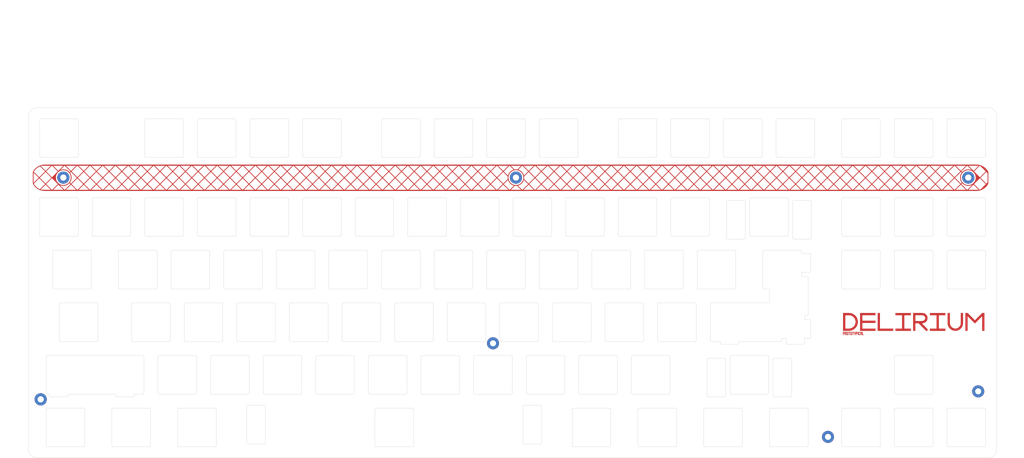
<source format=kicad_pcb>
(kicad_pcb (version 20211014) (generator pcbnew)
  (title_block (title "EnvKB") (date "2021-04-06") (rev "Rev.1"))
  (layers (0 "F.Cu" signal) (31 "B.Cu" signal) (34 "B.Paste" user) (35 "F.Paste" user) (36 "B.SilkS" user "B.Silkscreen") (37 "F.SilkS" user "F.Silkscreen") (38 "B.Mask" user) (39 "F.Mask" user) (44 "Edge.Cuts" user))
  (net 0 "")
  (footprint "MountingHole:MountingHole_2.2mm_M2_Pad" (layer "F.Cu") (at 376 116)
    (fp_text reference "H10")
    (fp_text value "MountingHole")
    (pad "1" thru_hole circle locked (at 0 0) (size 4.4 4.4) (drill 2.2) (layers *.Cu *.Mask))
  )
  (footprint "MountingHole:MountingHole_2.2mm_M2_Pad" (layer "F.Cu") (at 379.6 193.4)
    (fp_text reference "H4")
    (fp_text value "MountingHole")
    (pad "1" thru_hole circle locked (at 0 0) (size 4.4 4.4) (drill 2.2) (layers *.Cu *.Mask))
  )
  (footprint "MountingHole:MountingHole_2.2mm_M2_Pad" (layer "F.Cu") (at 212.2 116)
    (fp_text reference "H6")
    (fp_text value "MountingHole")
    (pad "1" thru_hole circle locked (at 0 0) (size 4.4 4.4) (drill 2.2) (layers *.Cu *.Mask))
  )
  (footprint "MountingHole:MountingHole_2.2mm_M2_Pad" (layer "F.Cu") (at 40.1 196.3)
    (fp_text reference "H3")
    (fp_text value "MountingHole")
    (pad "1" thru_hole circle locked (at 0 0) (size 4.4 4.4) (drill 2.2) (layers *.Cu *.Mask))
  )
  (footprint "MountingHole:MountingHole_2.2mm_M2_Pad" (layer "F.Cu") (at 48.3 116)
    (fp_text reference "H9")
    (fp_text value "MountingHole")
    (pad "1" thru_hole circle locked (at 0 0) (size 4.4 4.4) (drill 2.2) (layers *.Cu *.Mask))
  )
  (footprint "kibuzzard-628ADF99" (layer "F.Cu") (at 334.35 172.45)
    (fp_text reference "kibuzzard-628ADF99" hide)
    (fp_text value "G***" hide)
  )
  (footprint "MountingHole:MountingHole_2.2mm_M2_Pad" (layer "F.Cu") (at 48.3 116)
    (fp_text reference "H9")
    (fp_text value "MountingHole")
    (pad "1" thru_hole circle locked (at 0 0) (size 4.4 4.4) (drill 2.2) (layers *.Cu *.Mask))
  )
  (footprint "MountingHole:MountingHole_2.2mm_M2_Pad" (layer "F.Cu") (at 376 116)
    (fp_text reference "H10")
    (fp_text value "MountingHole")
    (pad "1" thru_hole circle locked (at 0 0) (size 4.4 4.4) (drill 2.2) (layers *.Cu *.Mask))
  )
  (footprint "MountingHole:MountingHole_2.2mm_M2_Pad" (layer "F.Cu") (at 325.2 209.9)
    (fp_text reference "H4")
    (fp_text value "MountingHole")
    (pad "1" thru_hole circle locked (at 0 0) (size 4.4 4.4) (drill 2.2) (layers *.Cu *.Mask))
  )
  (footprint "MountingHole:MountingHole_2.2mm_M2_Pad" (layer "F.Cu") (at 212.2 116)
    (fp_text reference "H6")
    (fp_text value "MountingHole")
    (pad "1" thru_hole circle locked (at 0 0) (size 4.4 4.4) (drill 2.2) (layers *.Cu *.Mask))
  )
  (footprint "kibuzzard-628ADF99" (layer "F.Cu") (at 334.35 172.45)
    (fp_text reference "kibuzzard-628ADF99" hide)
    (fp_text value "G***" hide)
    (fp_poly (pts (xy 2.504281 0.242094) (xy 2.504281 0.388144) (xy 2.4892 0.464344) (xy 2.447131 0.525463) (xy 2.384425 0.566738) (xy 2.309019 0.581819) (xy 2.115344 0.581819) (xy 2.039938 0.566738) (xy 1.978025 0.525463) (xy 1.93675 0.464344) (xy 1.921669 0.388144) (xy 1.921669 -0.388144) (xy 1.93675 -0.46355) (xy 1.978025 -0.525463) (xy 2.039938 -0.566738) (xy 2.115344 -0.581819) (xy 2.309019 -0.581819) (xy 2.384425 -0.566738) (xy 2.447131 -0.525463) (xy 2.4892 -0.46355) (xy 2.504281 -0.388144) (xy 2.504281 -0.242094) (xy 2.309019 -0.242094) (xy 2.309019 -0.388144) (xy 2.115344 -0.388144) (xy 2.115344 0.388144) (xy 2.309019 0.388144) (xy 2.309019 0.242094) (xy 2.504281 0.242094)) (layer "F.Cu") (width 0.01) (fill solid))
    (fp_poly (pts (xy -2.553494 -0.000794) (xy -2.682081 -0.097631) (xy -2.682081 -0.388144) (xy -2.875756 -0.388144) (xy -2.875756 -0.097631) (xy -2.682081 -0.097631) (xy -2.553494 -0.000794) (xy -2.504281 0.064294) (xy -2.486819 0.145256) (xy -2.486819 0.581819) (xy -2.682081 0.581819) (xy -2.682081 0.145256) (xy -2.695575 0.111125) (xy -2.729706 0.097631) (xy -2.875756 0.097631) (xy -2.875756 0.581819) (xy -3.069431 0.581819) (xy -3.069431 -0.581819) (xy -2.682081 -0.581819) (xy -2.606675 -0.566738) (xy -2.543969 -0.525463) (xy -2.5019 -0.46355) (xy -2.486819 -0.388144) (xy -2.486819 -0.145256) (xy -2.504281 -0.065088) (xy -2.553494 -0.000794)) (layer "F.Cu") (width 0.01) (fill solid))
    (fp_poly (pts (xy 0.880269 -0.581819) (xy 0.880269 -0.096044) (xy 0.865188 -0.020638) (xy 0.823119 0.041275) (xy 0.760413 0.08255) (xy 0.685006 0.097631) (xy 0.685006 0.581819) (xy 0.491331 0.581819) (xy 0.491331 0.097631) (xy 0.415925 0.08255) (xy 0.354013 0.041275) (xy 0.312738 -0.020638) (xy 0.297656 -0.096044) (xy 0.297656 -0.581819) (xy 0.491331 -0.581819) (xy 0.491331 -0.096044) (xy 0.685006 -0.096044) (xy 0.685006 -0.581819) (xy 0.880269 -0.581819)) (layer "F.Cu") (width 0.01) (fill solid))
    (fp_poly (pts (xy -0.465931 -0.388144) (xy -0.659606 0.388144) (xy -0.659606 -0.388144) (xy -0.853281 -0.388144) (xy -0.853281 0.388144) (xy -0.659606 0.388144) (xy -0.465931 -0.388144) (xy -0.465931 0.388144) (xy -0.481013 0.46355) (xy -0.522288 0.525463) (xy -0.5842 0.566738) (xy -0.659606 0.581819) (xy -0.853281 0.581819) (xy -0.929481 0.566738) (xy -0.9906 0.525463) (xy -1.031875 0.46355) (xy -1.046956 0.388144) (xy -1.046956 -0.388144) (xy -1.031875 -0.46355) (xy -0.9906 -0.525463) (xy -0.929481 -0.566738) (xy -0.853281 -0.581819) (xy -0.659606 -0.581819) (xy -0.5842 -0.566738) (xy -0.522288 -0.525463) (xy -0.481013 -0.46355) (xy -0.465931 -0.388144)) (layer "F.Cu") (width 0.01) (fill solid))
    (fp_poly (pts (xy -1.810544 -0.388144) (xy -2.004219 0.388144) (xy -2.004219 -0.388144) (xy -2.197894 -0.388144) (xy -2.197894 0.388144) (xy -2.004219 0.388144) (xy -1.810544 -0.388144) (xy -1.810544 0.388144) (xy -1.825625 0.46355) (xy -1.8669 0.525463) (xy -1.928813 0.566738) (xy -2.004219 0.581819) (xy -2.197894 0.581819) (xy -2.274094 0.566738) (xy -2.335213 0.525463) (xy -2.376488 0.46355) (xy -2.391569 0.388144) (xy -2.391569 -0.388144) (xy -2.376488 -0.46355) (xy -2.335213 -0.525463) (xy -2.274094 -0.566738) (xy -2.197894 -0.581819) (xy -2.004219 -0.581819) (xy -1.928813 -0.566738) (xy -1.8669 -0.525463) (xy -1.825625 -0.46355) (xy -1.810544 -0.388144)) (layer "F.Cu") (width 0.01) (fill solid))
    (fp_poly (pts (xy -3.150394 -0.388144) (xy -3.345656 -0.097631) (xy -3.345656 -0.388144) (xy -3.539331 -0.388144) (xy -3.539331 -0.097631) (xy -3.345656 -0.097631) (xy -3.150394 -0.388144) (xy -3.150394 -0.097631) (xy -3.165475 -0.021431) (xy -3.207544 0.040481) (xy -3.27025 0.08255) (xy -3.345656 0.097631) (xy -3.539331 0.097631) (xy -3.539331 0.581819) (xy -3.733006 0.581819) (xy -3.733006 -0.581819) (xy -3.345656 -0.581819) (xy -3.27025 -0.566738) (xy -3.207544 -0.525463) (xy -3.165475 -0.46355) (xy -3.150394 -0.388144)) (layer "F.Cu") (width 0.01) (fill solid))
    (fp_poly (pts (xy 3.733006 0.388144) (xy 3.733006 0.581819) (xy 3.272631 0.581819) (xy 3.272631 -0.581819) (xy 3.466306 -0.581819) (xy 3.466306 0.388144) (xy 3.659981 0.388144) (xy 3.733006 0.388144)) (layer "F.Cu") (width 0.01) (fill solid))
    (fp_poly (pts (xy 1.550194 -0.388144) (xy 1.354931 -0.097631) (xy 1.354931 -0.388144) (xy 1.161256 -0.388144) (xy 1.161256 -0.097631) (xy 1.354931 -0.097631) (xy 1.550194 -0.388144) (xy 1.550194 -0.097631) (xy 1.535113 -0.021431) (xy 1.493044 0.040481) (xy 1.430338 0.08255) (xy 1.354931 0.097631) (xy 1.161256 0.097631) (xy 1.161256 0.581819) (xy 0.967581 0.581819) (xy 0.967581 -0.581819) (xy 1.354931 -0.581819) (xy 1.430338 -0.566738) (xy 1.493044 -0.525463) (xy 1.535113 -0.46355) (xy 1.550194 -0.388144)) (layer "F.Cu") (width 0.01) (fill solid))
    (fp_poly (pts (xy 0.211931 -0.581819) (xy 0.211931 -0.388144) (xy 0.016669 -0.388144) (xy 0.016669 0.581819) (xy -0.177006 0.581819) (xy -0.177006 -0.388144) (xy -0.370681 -0.388144) (xy -0.370681 -0.581819) (xy 0.211931 -0.581819)) (layer "F.Cu") (width 0.01) (fill solid))
    (fp_poly (pts (xy 3.178969 -0.388144) (xy 2.983706 -0.097631) (xy 2.983706 -0.388144) (xy 2.790031 -0.388144) (xy 2.790031 -0.097631) (xy 2.983706 -0.097631) (xy 3.178969 -0.388144) (xy 3.178969 0.581819) (xy 2.983706 0.581819) (xy 2.983706 0.097631) (xy 2.790031 0.097631) (xy 2.790031 0.581819) (xy 2.596356 0.581819) (xy 2.596356 -0.388144) (xy 2.611438 -0.46355) (xy 2.652713 -0.525463) (xy 2.714625 -0.566738) (xy 2.790031 -0.581819) (xy 2.983706 -0.581819) (xy 3.059113 -0.566738) (xy 3.121819 -0.525463) (xy 3.163888 -0.46355) (xy 3.178969 -0.388144)) (layer "F.Cu") (width 0.01) (fill solid))
    (fp_poly (pts (xy -1.132681 -0.581819) (xy -1.132681 -0.388144) (xy -1.327944 -0.388144) (xy -1.327944 0.581819) (xy -1.521619 0.581819) (xy -1.521619 -0.388144) (xy -1.715294 -0.388144) (xy -1.715294 -0.581819) (xy -1.132681 -0.581819)) (layer "F.Cu") (width 0.01) (fill solid))
    (fp_poly (pts (xy 1.824831 -0.581819) (xy 1.824831 0.581819) (xy 1.631156 0.581819) (xy 1.631156 -0.581819) (xy 1.824831 -0.581819)) (layer "F.Cu") (width 0.01) (fill solid))
  )
  (footprint "MountingHole:MountingHole_2.2mm_M2_Pad" (layer "F.Cu") (at 40.1 196.3)
    (fp_text reference "H3")
    (fp_text value "MountingHole")
    (pad "1" thru_hole circle locked (at 0 0) (size 4.4 4.4) (drill 2.2) (layers *.Cu *.Mask))
  )
  (footprint "MountingHole:MountingHole_2.2mm_M2_Pad" (layer "F.Cu") (at 203.9 176)
    (fp_text reference "H7")
    (fp_text value "MountingHole")
    (pad "1" thru_hole circle (at 0 0) (size 4.4 4.4) (drill 2.2) (layers *.Cu *.Mask))
  )
  (footprint "kibuzzard-628AE061" (layer "F.Cu") (at 356.25 168.25)
    (fp_text reference "kibuzzard-628AE061" hide)
    (fp_text value "G***" hide)
    (fp_poly (pts (xy 17.097375 -3.196167) (xy 17.817042 -3.196167) (xy 17.817042 0.4445) (xy 17.727671 1.16887) (xy 17.45956 1.817981) (xy 17.012708 2.391833) (xy 16.439444 2.838685) (xy 15.792097 3.106796) (xy 15.070667 3.196167) (xy 14.349236 3.106796) (xy 13.701889 2.838685) (xy 13.128625 2.391833) (xy 12.681773 1.817981) (xy 12.413662 1.16887) (xy 12.324292 0.4445) (xy 12.324292 -3.196167) (xy 13.043958 -3.196167) (xy 13.043958 0.4445) (xy 13.193448 1.221052) (xy 13.641917 1.878542) (xy 14.299406 2.32701) (xy 15.075958 2.4765) (xy 15.851188 2.32701) (xy 16.504708 1.878542) (xy 16.949208 1.221052) (xy 17.097375 0.4445) (xy 17.097375 -3.196167)) (layer "F.Cu") (width 0.1) (fill solid))
    (fp_poly (pts (xy -12.260792 -3.196167) (xy -12.260792 2.4765) (xy -7.477125 2.4765) (xy -7.477125 3.196167) (xy -12.980458 3.196167) (xy -12.980458 -3.196167) (xy -12.260792 -3.196167)) (layer "F.Cu") (width 0.1) (fill solid))
    (fp_poly (pts (xy 11.414125 -2.465917) (xy 9.022292 -2.465917) (xy 9.022292 2.4765) (xy 11.414125 2.4765) (xy 11.414125 3.196167) (xy 5.910792 3.196167) (xy 5.910792 2.4765) (xy 8.302625 2.4765) (xy 8.302625 -2.465917) (xy 5.910792 -2.465917) (xy 5.910792 -3.185583) (xy 11.414125 -3.185583) (xy 11.414125 -2.465917)) (layer "F.Cu") (width 0.1) (fill solid))
    (fp_poly (pts (xy -21.246042 -2.296583) (xy -21.129625 -0.783167) (xy -21.410083 -1.359958) (xy -21.828125 -1.8415) (xy -22.592771 -2.309813) (xy -23.468542 -2.465917) (xy -24.833792 -2.465917) (xy -24.833792 2.465917) (xy -23.468542 2.465917) (xy -22.72374 2.354792) (xy -22.055667 2.021417) (xy -21.51724 1.510771) (xy -21.161375 0.867833) (xy -21.002625 0) (xy -21.002625 -0.010583) (xy -21.002625 -0.021167) (xy -21.129625 -0.783167) (xy -21.246042 -2.296583) (xy -20.833292 -1.815042) (xy -20.526375 -1.259417) (xy -20.335875 -0.648229) (xy -20.272375 0) (xy -20.378208 0.814917) (xy -20.626329 1.465792) (xy -21.003801 2.035528) (xy -21.510625 2.524125) (xy -22.109171 2.897481) (xy -22.76181 3.121495) (xy -23.468542 3.196167) (xy -25.564042 3.196167) (xy -25.564042 -3.196167) (xy -23.468542 -3.196167) (xy -22.647745 -3.096213) (xy -21.906912 -2.796352) (xy -21.246042 -2.296583)) (layer "F.Cu") (width 0.1) (fill solid))
    (fp_poly (pts (xy -1.084792 -2.465917) (xy -3.476625 -2.465917) (xy -3.476625 2.4765) (xy -1.084792 2.4765) (xy -1.084792 3.196167) (xy -6.588125 3.196167) (xy -6.588125 2.4765) (xy -4.196292 2.4765) (xy -4.196292 -2.465917) (xy -6.588125 -2.465917) (xy -6.588125 -3.185583) (xy -1.084792 -3.185583) (xy -1.084792 -2.465917)) (layer "F.Cu") (width 0.1) (fill solid))
    (fp_poly (pts (xy 24.844375 -3.196167) (xy 25.564042 -3.196167) (xy 25.564042 3.196167) (xy 24.844375 3.196167) (xy 24.844375 -2.169583) (xy 22.156208 0.508) (xy 19.468042 -2.180167) (xy 19.468042 3.196167) (xy 18.748375 3.196167) (xy 18.748375 -3.196167) (xy 19.468042 -3.196167) (xy 19.478625 -3.196167) (xy 22.156208 -0.518583) (xy 24.844375 -3.196167)) (layer "F.Cu") (width 0.1) (fill solid))
    (fp_poly (pts (xy 3.159125 0.4445) (xy 0.545042 -0.275167) (xy 3.159125 -0.275167) (xy 3.937 -0.597958) (xy 4.259792 -1.375833) (xy 3.937 -2.153708) (xy 3.159125 -2.4765) (xy 0.545042 -2.4765) (xy 0.545042 -0.275167) (xy 3.159125 0.4445) (xy 2.788708 0.4445) (xy 4.979458 2.677583) (xy 4.979458 3.196167) (xy 4.471458 3.196167) (xy 1.772708 0.4445) (xy 0.545042 0.4445) (xy 0.545042 3.196167) (xy -0.174625 3.196167) (xy -0.174625 -3.196167) (xy 3.159125 -3.196167) (xy 3.856302 -3.062552) (xy 4.445 -2.661708) (xy 4.845844 -2.07301) (xy 4.979458 -1.375833) (xy 4.845844 -0.678656) (xy 4.445 -0.089958) (xy 3.856302 0.310885) (xy 3.159125 0.4445)) (layer "F.Cu") (width 0.1) (fill solid))
    (fp_poly (pts (xy -13.880042 -2.4765) (xy -18.663708 -2.4765) (xy -18.663708 -0.381) (xy -13.880042 -0.381) (xy -13.880042 0.34925) (xy -18.663708 0.34925) (xy -18.663708 2.4765) (xy -13.880042 2.4765) (xy -13.880042 3.196167) (xy -19.383375 3.196167) (xy -19.383375 -3.196167) (xy -13.880042 -3.196167) (xy -13.880042 -2.4765)) (layer "F.Cu") (width 0.1) (fill solid))
  )
  (footprint "kibuzzard-628AE061" (layer "F.Cu") (at 356.25 168.25)
    (fp_text reference "kibuzzard-628AE061" hide)
    (fp_text value "G***" hide)
  )
  (gr_arc (start 282.575 161.875) (mid 282.721447 161.521447) (end 283.075 161.375) (layer "Edge.Cuts") (width 0.1))
  (gr_line (start 56.06875 212.975) (end 56.06875 199.975) (layer "Edge.Cuts") (width 0.1))
  (gr_arc (start 92.075 161.875) (mid 92.221447 161.521447) (end 92.575 161.375) (layer "Edge.Cuts") (width 0.1))
  (gr_line (start 281.40575 181.925) (end 281.40575 194.925) (layer "Edge.Cuts") (width 0.1))
  (gr_line (start 172.25 180.425) (end 159.25 180.425) (layer "Edge.Cuts") (width 0.1))
  (gr_arc (start 129.3875 123.275) (mid 129.741053 123.421447) (end 129.8875 123.775) (layer "Edge.Cuts") (width 0.1))
  (gr_arc (start 248.95 193.925) (mid 248.803553 194.278553) (end 248.45 194.425) (layer "Edge.Cuts") (width 0.1))
  (gr_arc (start 289.71875 180.925) (mid 289.865194 180.571429) (end 290.21875 180.425) (layer "Edge.Cuts") (width 0.1))
  (gr_line (start 186.5375 123.275) (end 173.5375 123.275) (layer "Edge.Cuts") (width 0.1))
  (gr_line (start 201.6125 95.2) (end 201.6125 108.2) (layer "Edge.Cuts") (width 0.1))
  (gr_line (start 43.78075 195.425) (end 49.53075 195.425) (layer "Edge.Cuts") (width 0.1))
  (gr_line (start 210.35 180.425) (end 197.35 180.425) (layer "Edge.Cuts") (width 0.1))
  (gr_arc (start 315.125 142.325) (mid 315.478553 142.471447) (end 315.625 142.825) (layer "Edge.Cuts") (width 0.1))
  (gr_arc (start 304.50625 213.475) (mid 304.152729 213.328536) (end 304.00625 212.975) (layer "Edge.Cuts") (width 0.1))
  (gr_line (start 210.85 193.925) (end 210.85 180.925) (layer "Edge.Cuts") (width 0.1))
  (gr_line (start 91.2875 123.275) (end 78.2875 123.275) (layer "Edge.Cuts") (width 0.1))
  (gr_arc (start 196.5625 108.2) (mid 196.416053 108.553553) (end 196.0625 108.7) (layer "Edge.Cuts") (width 0.1))
  (gr_arc (start 287.8375 108.7) (mid 287.483947 108.553553) (end 287.3375 108.2) (layer "Edge.Cuts") (width 0.1))
  (gr_arc (start 46.83125 161.875) (mid 46.977694 161.521429) (end 47.33125 161.375) (layer "Edge.Cuts") (width 0.1))
  (gr_arc (start 244.1875 136.775) (mid 244.041053 137.128553) (end 243.6875 137.275) (layer "Edge.Cuts") (width 0.1))
  (gr_arc (start 210.35 180.425) (mid 210.703553 180.571447) (end 210.85 180.925) (layer "Edge.Cuts") (width 0.1))
  (gr_line (start 215.1125 142.325) (end 202.1125 142.325) (layer "Edge.Cuts") (width 0.1))
  (gr_arc (start 115.25625 212.475) (mid 114.902729 212.328536) (end 114.75625 211.975) (layer "Edge.Cuts") (width 0.1))
  (gr_arc (start 349.25 199.975) (mid 349.396447 199.621447) (end 349.75 199.475) (layer "Edge.Cuts") (width 0.1))
  (gr_arc (start 42.06875 199.975) (mid 42.215197 199.621447) (end 42.56875 199.475) (layer "Edge.Cuts") (width 0.1))
  (gr_arc (start 295.2995 137.775) (mid 295.153053 138.128553) (end 294.7995 138.275) (layer "Edge.Cuts") (width 0.1))
  (gr_arc (start 102.1 194.425) (mid 101.746447 194.278553) (end 101.6 193.925) (layer "Edge.Cuts") (width 0.1))
  (gr_line (start 282.2875 108.2) (end 282.2875 95.2) (layer "Edge.Cuts") (width 0.1))
  (gr_line (start 294.98125 161.375) (end 283.075 161.375) (layer "Edge.Cuts") (width 0.1))
  (gr_line (start 330.7 156.325) (end 343.7 156.325) (layer "Edge.Cuts") (width 0.1))
  (gr_arc (start 296.8625 123.775) (mid 297.008947 123.421447) (end 297.3625 123.275) (layer "Edge.Cuts") (width 0.1))
  (gr_line (start 234.95 180.925) (end 234.95 193.925) (layer "Edge.Cuts") (width 0.1))
  (gr_arc (start 381.8 94.7) (mid 382.153553 94.846447) (end 382.3 95.2) (layer "Edge.Cuts") (width 0.1))
  (gr_line (start 201.325 174.875) (end 201.325 161.875) (layer "Edge.Cuts") (width 0.1))
  (gr_arc (start 106.8625 156.325) (mid 106.508947 156.178553) (end 106.3625 155.825) (layer "Edge.Cuts") (width 0.1))
  (gr_arc (start 211.1375 123.775) (mid 211.283947 123.421447) (end 211.6375 123.275) (layer "Edge.Cuts") (width 0.1))
  (gr_arc (start 81.7625 142.325) (mid 82.116053 142.471447) (end 82.2625 142.825) (layer "Edge.Cuts") (width 0.1))
  (gr_line (start 106.8625 156.325) (end 119.8625 156.325) (layer "Edge.Cuts") (width 0.1))
  (gr_arc (start 343.7 94.7) (mid 344.053553 94.846447) (end 344.2 95.2) (layer "Edge.Cuts") (width 0.1))
  (gr_line (start 102.1 194.425) (end 115.1 194.425) (layer "Edge.Cuts") (width 0.1))
  (gr_arc (start 240.2125 156.325) (mid 239.858947 156.178553) (end 239.7125 155.825) (layer "Edge.Cuts") (width 0.1))
  (gr_line (start 349.25 180.925) (end 349.25 193.925) (layer "Edge.Cuts") (width 0.1))
  (gr_arc (start 105.575 161.375) (mid 105.928553 161.521447) (end 106.075 161.875) (layer "Edge.Cuts") (width 0.1))
  (gr_line (start 65.09375 180.425) (end 64 180.425) (layer "Edge.Cuts") (width 0.1))
  (gr_arc (start 305.78175 195.425) (mid 305.428229 195.278536) (end 305.28175 194.925) (layer "Edge.Cuts") (width 0.1))
  (gr_line (start 182.5625 95.2) (end 182.5625 108.2) (layer "Edge.Cuts") (width 0.1))
  (gr_arc (start 202.1125 108.7) (mid 201.758947 108.553553) (end 201.6125 108.2) (layer "Edge.Cuts") (width 0.1))
  (gr_line (start 64 194.425) (end 65.09375 194.425) (layer "Edge.Cuts") (width 0.1))
  (gr_arc (start 277.8125 142.825) (mid 277.958947 142.471447) (end 278.3125 142.325) (layer "Edge.Cuts") (width 0.1))
  (gr_line (start 305.28175 181.925) (end 305.28175 194.925) (layer "Edge.Cuts") (width 0.1))
  (gr_line (start 148.4375 94.7) (end 135.4375 94.7) (layer "Edge.Cuts") (width 0.1))
  (gr_line (start 172.75 193.925) (end 172.75 180.925) (layer "Edge.Cuts") (width 0.1))
  (gr_line (start 44.45 142.825) (end 44.45 155.825) (layer "Edge.Cuts") (width 0.1))
  (gr_line (start 257.975 161.375) (end 244.975 161.375) (layer "Edge.Cuts") (width 0.1))
  (gr_line (start 211.1375 123.775) (end 211.1375 136.775) (layer "Edge.Cuts") (width 0.1))
  (gr_line (start 221.1625 156.325) (end 234.1625 156.325) (layer "Edge.Cuts") (width 0.1))
  (gr_arc (start 381.8 199.475) (mid 382.153553 199.621447) (end 382.3 199.975) (layer "Edge.Cuts") (width 0.1))
  (gr_line (start 286.16825 175.375) (end 286.16825 175.875) (layer "Edge.Cuts") (width 0.1))
  (gr_line (start 269.88125 199.475) (end 256.88125 199.475) (layer "Edge.Cuts") (width 0.1))
  (gr_line (start 177.5125 155.825) (end 177.5125 142.825) (layer "Edge.Cuts") (width 0.1))
  (gr_line (start 173.5375 137.275) (end 186.5375 137.275) (layer "Edge.Cuts") (width 0.1))
  (gr_arc (start 232.56875 199.975) (mid 232.715194 199.621429) (end 233.06875 199.475) (layer "Edge.Cuts") (width 0.1))
  (gr_line (start 280.69375 213.475) (end 293.69375 213.475) (layer "Edge.Cuts") (width 0.1))
  (gr_arc (start 246.06875 199.475) (mid 246.422271 199.621464) (end 246.56875 199.975) (layer "Edge.Cuts") (width 0.1))
  (gr_line (start 301.625 142.825) (end 301.625 155.825) (layer "Edge.Cuts") (width 0.1))
  (gr_line (start 318.00625 165.35) (end 318.00625 152.35) (layer "Edge.Cuts") (width 0.1))
  (gr_arc (start 267.5 180.425) (mid 267.853553 180.571447) (end 268 180.925) (layer "Edge.Cuts") (width 0.1))
  (gr_arc (start 386.3 214.475) (mid 385.42132 216.59632) (end 383.3 217.475) (layer "Edge.Cuts") (width 0.1))
  (gr_arc (start 291.8125 155.825) (mid 291.666053 156.178553) (end 291.3125 156.325) (layer "Edge.Cuts") (width 0.1))
  (gr_arc (start 97.3375 108.7) (mid 96.983947 108.553553) (end 96.8375 108.2) (layer "Edge.Cuts") (width 0.1))
  (gr_line (start 229.9 193.925) (end 229.9 180.925) (layer "Edge.Cuts") (width 0.1))
  (gr_arc (start 206.0875 136.775) (mid 205.941053 137.128553) (end 205.5875 137.275) (layer "Edge.Cuts") (width 0.1))
  (gr_line (start 101.6 180.925) (end 101.6 193.925) (layer "Edge.Cuts") (width 0.1))
  (gr_arc (start 246.56875 212.975) (mid 246.422306 213.328571) (end 246.06875 213.475) (layer "Edge.Cuts") (width 0.1))
  (gr_arc (start 229.4 180.425) (mid 229.753553 180.571447) (end 229.9 180.925) (layer "Edge.Cuts") (width 0.1))
  (gr_arc (start 349.75 156.325) (mid 349.396447 156.178553) (end 349.25 155.825) (layer "Edge.Cuts") (width 0.1))
  (gr_arc (start 297.3625 137.275) (mid 297.008947 137.128553) (end 296.8625 136.775) (layer "Edge.Cuts") (width 0.1))
  (gr_line (start 58.7375 123.775) (end 58.7375 136.775) (layer "Edge.Cuts") (width 0.1))
  (gr_line (start 221.00625 198.475) (end 215.25625 198.475) (layer "Edge.Cuts") (width 0.1))
  (gr_arc (start 55.56875 199.475) (mid 55.922271 199.621464) (end 56.06875 199.975) (layer "Edge.Cuts") (width 0.1))
  (gr_arc (start 344.2 136.775) (mid 344.053553 137.128553) (end 343.7 137.275) (layer "Edge.Cuts") (width 0.1))
  (gr_line (start 183.0625 156.325) (end 196.0625 156.325) (layer "Edge.Cuts") (width 0.1))
  (gr_line (start 58.45 155.825) (end 58.45 142.825) (layer "Edge.Cuts") (width 0.1))
  (gr_line (start 330.7 108.7) (end 343.7 108.7) (layer "Edge.Cuts") (width 0.1))
  (gr_line (start 196.0625 142.325) (end 183.0625 142.325) (layer "Edge.Cuts") (width 0.1))
  (gr_arc (start 101.3125 155.825) (mid 101.166053 156.178553) (end 100.8125 156.325) (layer "Edge.Cuts") (width 0.1))
  (gr_arc (start 187.325 161.875) (mid 187.471447 161.521447) (end 187.825 161.375) (layer "Edge.Cuts") (width 0.1))
  (gr_line (start 159.25 194.425) (end 172.25 194.425) (layer "Edge.Cuts") (width 0.1))
  (gr_line (start 283.075 175.375) (end 286.16825 175.375) (layer "Edge.Cuts") (width 0.1))
  (gr_arc (start 182.275 174.875) (mid 182.128553 175.228553) (end 181.775 175.375) (layer "Edge.Cuts") (width 0.1))
  (gr_arc (start 349.75 213.475) (mid 349.396447 213.328553) (end 349.25 212.975) (layer "Edge.Cuts") (width 0.1))
  (gr_arc (start 362.75 180.425) (mid 363.103553 180.571447) (end 363.25 180.925) (layer "Edge.Cuts") (width 0.1))
  (gr_line (start 110.8375 136.775) (end 110.8375 123.775) (layer "Edge.Cuts") (width 0.1))
  (gr_arc (start 129.8875 136.775) (mid 129.741053 137.128553) (end 129.3875 137.275) (layer "Edge.Cuts") (width 0.1))
  (gr_line (start 42.06875 199.975) (end 42.06875 212.975) (layer "Edge.Cuts") (width 0.1))
  (gr_arc (start 144.4625 142.825) (mid 144.608947 142.471447) (end 144.9625 142.325) (layer "Edge.Cuts") (width 0.1))
  (gr_line (start 68.7625 156.325) (end 81.7625 156.325) (layer "Edge.Cuts") (width 0.1))
  (gr_arc (start 363.25 193.925) (mid 363.103553 194.278553) (end 362.75 194.425) (layer "Edge.Cuts") (width 0.1))
  (gr_line (start 92.575 175.375) (end 105.575 175.375) (layer "Edge.Cuts") (width 0.1))
  (gr_arc (start 134.15 180.425) (mid 134.503553 180.571447) (end 134.65 180.925) (layer "Edge.Cuts") (width 0.1))
  (gr_arc (start 216.4 194.425) (mid 216.046447 194.278553) (end 215.9 193.925) (layer "Edge.Cuts") (width 0.1))
  (gr_line (start 192.0875 123.775) (end 192.0875 136.775) (layer "Edge.Cuts") (width 0.1))
  (gr_line (start 134.9375 123.775) (end 134.9375 136.775) (layer "Edge.Cuts") (width 0.1))
  (gr_line (start 134.65 193.925) (end 134.65 180.925) (layer "Edge.Cuts") (width 0.1))
  (gr_line (start 153.7 193.925) (end 153.7 180.925) (layer "Edge.Cuts") (width 0.1))
  (gr_arc (start 215.6125 155.825) (mid 215.466053 156.178553) (end 215.1125 156.325) (layer "Edge.Cuts") (width 0.1))
  (gr_arc (start 201.6125 142.825) (mid 201.758947 142.471447) (end 202.1125 142.325) (layer "Edge.Cuts") (width 0.1))
  (gr_arc (start 268.7875 137.275) (mid 268.433947 137.128553) (end 268.2875 136.775) (layer "Edge.Cuts") (width 0.1))
  (gr_arc (start 120.3625 155.825) (mid 120.216053 156.178553) (end 119.8625 156.325) (layer "Edge.Cuts") (width 0.1))
  (gr_arc (start 67.65675 195.425) (mid 67.303229 195.278536) (end 67.15675 194.925) (layer "Edge.Cuts") (width 0.1))
  (gr_arc (start 287.65575 181.425) (mid 288.009271 181.571464) (end 288.15575 181.925) (layer "Edge.Cuts") (width 0.1))
  (gr_arc (start 220.375 174.875) (mid 220.228553 175.228553) (end 219.875 175.375) (layer "Edge.Cuts") (width 0.1))
  (gr_arc (start 56.06875 212.975) (mid 55.922306 213.328571) (end 55.56875 213.475) (layer "Edge.Cuts") (width 0.1))
  (gr_line (start 110.3375 123.275) (end 97.3375 123.275) (layer "Edge.Cuts") (width 0.1))
  (gr_arc (start 161.13125 199.975) (mid 161.277694 199.621429) (end 161.63125 199.475) (layer "Edge.Cuts") (width 0.1))
  (gr_arc (start 134.9375 95.2) (mid 135.083947 94.846447) (end 135.4375 94.7) (layer "Edge.Cuts") (width 0.1))
  (gr_line (start 187.825 175.375) (end 200.825 175.375) (layer "Edge.Cuts") (width 0.1))
  (gr_line (start 263.2375 136.775) (end 263.2375 123.775) (layer "Edge.Cuts") (width 0.1))
  (gr_line (start 368.8 156.325) (end 381.8 156.325) (layer "Edge.Cuts") (width 0.1))
  (gr_arc (start 177.5125 155.825) (mid 177.366053 156.178553) (end 177.0125 156.325) (layer "Edge.Cuts") (width 0.1))
  (gr_arc (start 239.7125 142.825) (mid 239.858947 142.471447) (end 240.2125 142.325) (layer "Edge.Cuts") (width 0.1))
  (gr_line (start 72.7375 136.775) (end 72.7375 123.775) (layer "Edge.Cuts") (width 0.1))
  (gr_line (start 161.63125 213.475) (end 174.63125 213.475) (layer "Edge.Cuts") (width 0.1))
  (gr_line (start 67.15675 194.425) (end 67.15675 194.925) (layer "Edge.Cuts") (width 0.1))
  (gr_arc (start 253.2125 142.325) (mid 253.566053 142.471447) (end 253.7125 142.825) (layer "Edge.Cuts") (width 0.1))
  (gr_line (start 157.9625 142.325) (end 144.9625 142.325) (layer "Edge.Cuts") (width 0.1))
  (gr_arc (start 363.25 136.775) (mid 363.103553 137.128553) (end 362.75 137.275) (layer "Edge.Cuts") (width 0.1))
  (gr_line (start 197.35 194.425) (end 210.35 194.425) (layer "Edge.Cuts") (width 0.1))
  (gr_arc (start 368.8 108.7) (mid 368.446447 108.553553) (end 368.3 108.2) (layer "Edge.Cuts") (width 0.1))
  (gr_line (start 349.75 156.325) (end 362.75 156.325) (layer "Edge.Cuts") (width 0.1))
  (gr_arc (start 172.25 180.425) (mid 172.603553 180.571447) (end 172.75 180.925) (layer "Edge.Cuts") (width 0.1))
  (gr_arc (start 249.2375 123.775) (mid 249.383947 123.421447) (end 249.7375 123.275) (layer "Edge.Cuts") (width 0.1))
  (gr_arc (start 368.3 199.975) (mid 368.446447 199.621447) (end 368.8 199.475) (layer "Edge.Cuts") (width 0.1))
  (gr_arc (start 175.13125 212.975) (mid 174.984806 213.328571) (end 174.63125 213.475) (layer "Edge.Cuts") (width 0.1))
  (gr_arc (start 382.3 212.975) (mid 382.153553 213.328553) (end 381.8 213.475) (layer "Edge.Cuts") (width 0.1))
  (gr_line (start 158.75 180.925) (end 158.75 193.925) (layer "Edge.Cuts") (width 0.1))
  (gr_arc (start 368.3 95.2) (mid 368.446447 94.846447) (end 368.8 94.7) (layer "Edge.Cuts") (width 0.1))
  (gr_arc (start 282.2875 136.775) (mid 282.141053 137.128553) (end 281.7875 137.275) (layer "Edge.Cuts") (width 0.1))
  (gr_line (start 244.975 175.375) (end 257.975 175.375) (layer "Edge.Cuts") (width 0.1))
  (gr_line (start 248.95 193.925) (end 248.95 180.925) (layer "Edge.Cuts") (width 0.1))
  (gr_line (start 115.25625 212.475) (end 121.00625 212.475) (layer "Edge.Cuts") (width 0.1))
  (gr_arc (start 53.1875 123.275) (mid 53.541053 123.421447) (end 53.6875 123.775) (layer "Edge.Cuts") (width 0.1))
  (gr_arc (start 97.3375 137.275) (mid 96.983947 137.128553) (end 96.8375 136.775) (layer "Edge.Cuts") (width 0.1))
  (gr_arc (start 343.7 199.475) (mid 344.053553 199.621447) (end 344.2 199.975) (layer "Edge.Cuts") (width 0.1))
  (gr_line (start 206.375 161.875) (end 206.375 174.875) (layer "Edge.Cuts") (width 0.1))
  (gr_arc (start 343.7 123.275) (mid 344.053553 123.421447) (end 344.2 123.775) (layer "Edge.Cuts") (width 0.1))
  (gr_line (start 288.5495 124.775) (end 288.5495 137.775) (layer "Edge.Cuts") (width 0.1))
  (gr_arc (start 319.8875 94.7) (mid 320.241053 94.846447) (end 320.3875 95.2) (layer "Edge.Cuts") (width 0.1))
  (gr_line (start 220.6625 95.2) (end 220.6625 108.2) (layer "Edge.Cuts") (width 0.1))
  (gr_line (start 263.525 161.875) (end 263.525 174.875) (layer "Edge.Cuts") (width 0.1))
  (gr_arc (start 96.8375 123.775) (mid 96.983947 123.421447) (end 97.3375 123.275) (layer "Edge.Cuts") (width 0.1))
  (gr_arc (start 330.7 137.275) (mid 330.346447 137.128553) (end 330.2 136.775) (layer "Edge.Cuts") (width 0.1))
  (gr_arc (start 317.50625 151.85) (mid 317.859771 151.996464) (end 318.00625 152.35) (layer "Edge.Cuts") (width 0.1))
  (gr_line (start 312.03175 194.925) (end 312.03175 181.925) (layer "Edge.Cuts") (width 0.1))
  (gr_line (start 301.3375 108.2) (end 301.3375 95.2) (layer "Edge.Cuts") (width 0.1))
  (gr_line (start 40.1875 137.275) (end 53.1875 137.275) (layer "Edge.Cuts") (width 0.1))
  (gr_line (start 134.9375 95.2) (end 134.9375 108.2) (layer "Edge.Cuts") (width 0.1))
  (gr_line (start 239.7125 142.825) (end 239.7125 155.825) (layer "Edge.Cuts") (width 0.1))
  (gr_line (start 234.6625 108.2) (end 234.6625 95.2) (layer "Edge.Cuts") (width 0.1))
  (gr_line (start 270.38125 212.975) (end 270.38125 199.975) (layer "Edge.Cuts") (width 0.1))
  (gr_line (start 349.75 108.7) (end 362.75 108.7) (layer "Edge.Cuts") (width 0.1))
  (gr_arc (start 310.3625 123.275) (mid 310.716053 123.421447) (end 310.8625 123.775) (layer "Edge.Cuts") (width 0.1))
  (gr_line (start 120.65 180.925) (end 120.65 193.925) (layer "Edge.Cuts") (width 0.1))
  (gr_line (start 294.7995 124.275) (end 289.0495 124.275) (layer "Edge.Cuts") (width 0.1))
  (gr_arc (start 42.56875 194.425) (mid 42.215197 194.278553) (end 42.06875 193.925) (layer "Edge.Cuts") (width 0.1))
  (gr_line (start 120.3625 155.825) (end 120.3625 142.825) (layer "Edge.Cuts") (width 0.1))
  (gr_arc (start 40.1875 108.7) (mid 39.833947 108.553553) (end 39.6875 108.2) (layer "Edge.Cuts") (width 0.1))
  (gr_arc (start 362.75 94.7) (mid 363.103553 94.846447) (end 363.25 95.2) (layer "Edge.Cuts") (width 0.1))
  (gr_arc (start 349.75 194.425) (mid 349.396447 194.278553) (end 349.25 193.925) (layer "Edge.Cuts") (width 0.1))
  (gr_arc (start 294.19375 212.975) (mid 294.047306 213.328571) (end 293.69375 213.475) (layer "Edge.Cuts") (width 0.1))
  (gr_line (start 304.00625 199.975) (end 304.00625 212.975) (layer "Edge.Cuts") (width 0.1))
  (gr_line (start 100.8125 142.325) (end 87.8125 142.325) (layer "Edge.Cuts") (width 0.1))
  (gr_arc (start 221.50625 211.975) (mid 221.359806 212.328571) (end 221.00625 212.475) (layer "Edge.Cuts") (width 0.1))
  (gr_line (start 381.8 142.325) (end 368.8 142.325) (layer "Edge.Cuts") (width 0.1))
  (gr_line (start 116.3875 108.7) (end 129.3875 108.7) (layer "Edge.Cuts") (width 0.1))
  (gr_arc (start 206.375 161.875) (mid 206.521447 161.521447) (end 206.875 161.375) (layer "Edge.Cuts") (width 0.1))
  (gr_line (start 164.0125 156.325) (end 177.0125 156.325) (layer "Edge.Cuts") (width 0.1))
  (gr_line (start 249.2375 123.775) (end 249.2375 136.775) (layer "Edge.Cuts") (width 0.1))
  (gr_line (start 253.2125 142.325) (end 240.2125 142.325) (layer "Edge.Cuts") (width 0.1))
  (gr_arc (start 286.66825 176.375) (mid 286.314729 176.228536) (end 286.16825 175.875) (layer "Edge.Cuts") (width 0.1))
  (gr_arc (start 153.9875 123.775) (mid 154.133947 123.421447) (end 154.4875 123.275) (layer "Edge.Cuts") (width 0.1))
  (gr_line (start 235.45 194.425) (end 248.45 194.425) (layer "Edge.Cuts") (width 0.1))
  (gr_line (start 96.8375 95.2) (end 96.8375 108.2) (layer "Edge.Cuts") (width 0.1))
  (gr_line (start 244.475 161.875) (end 244.475 174.875) (layer "Edge.Cuts") (width 0.1))
  (gr_arc (start 349.75 137.275) (mid 349.396447 137.128553) (end 349.25 136.775) (layer "Edge.Cuts") (width 0.1))
  (gr_arc (start 319.00625 149.787) (mid 318.859806 150.140571) (end 318.50625 150.287) (layer "Edge.Cuts") (width 0.1))
  (gr_line (start 77.7875 95.2) (end 77.7875 108.2) (layer "Edge.Cuts") (width 0.1))
  (gr_line (start 381.8 199.475) (end 368.8 199.475) (layer "Edge.Cuts") (width 0.1))
  (gr_line (start 77.7875 123.775) (end 77.7875 136.775) (layer "Edge.Cuts") (width 0.1))
  (gr_arc (start 96.55 193.925) (mid 96.403553 194.278553) (end 96.05 194.425) (layer "Edge.Cuts") (width 0.1))
  (gr_line (start 287.3375 95.2) (end 287.3375 108.2) (layer "Edge.Cuts") (width 0.1))
  (gr_arc (start 129.3875 94.7) (mid 129.741053 94.846447) (end 129.8875 95.2) (layer "Edge.Cuts") (width 0.1))
  (gr_line (start 382.3 108.2) (end 382.3 95.2) (layer "Edge.Cuts") (width 0.1))
  (gr_arc (start 264.025 175.375) (mid 263.671447 175.228553) (end 263.525 174.875) (layer "Edge.Cuts") (width 0.1))
  (gr_arc (start 201.6125 95.2) (mid 201.758947 94.846447) (end 202.1125 94.7) (layer "Edge.Cuts") (width 0.1))
  (gr_line (start 154.4875 137.275) (end 167.4875 137.275) (layer "Edge.Cuts") (width 0.1))
  (gr_arc (start 259.2625 156.325) (mid 258.908947 156.178553) (end 258.7625 155.825) (layer "Edge.Cuts") (width 0.1))
  (gr_line (start 177.8 180.925) (end 177.8 193.925) (layer "Edge.Cuts") (width 0.1))
  (gr_line (start 163.5125 142.825) (end 163.5125 155.825) (layer "Edge.Cuts") (width 0.1))
  (gr_line (start 262.7375 94.7) (end 249.7375 94.7) (layer "Edge.Cuts") (width 0.1))
  (gr_line (start 103.69375 212.975) (end 103.69375 199.975) (layer "Edge.Cuts") (width 0.1))
  (gr_arc (start 363.25 108.2) (mid 363.103553 108.553553) (end 362.75 108.7) (layer "Edge.Cuts") (width 0.1))
  (gr_line (start 205.54696 90.705) (end 38.69 90.7) (layer "Edge.Cuts") (width 0.1))
  (gr_line (start 110.8375 108.2) (end 110.8375 95.2) (layer "Edge.Cuts") (width 0.1))
  (gr_arc (start 138.9125 142.325) (mid 139.266053 142.471447) (end 139.4125 142.825) (layer "Edge.Cuts") (width 0.1))
  (gr_line (start 144.175 174.875) (end 144.175 161.875) (layer "Edge.Cuts") (width 0.1))
  (gr_arc (start 302.125 156.325) (mid 301.771447 156.178553) (end 301.625 155.825) (layer "Edge.Cuts") (width 0.1))
  (gr_line (start 167.9875 136.775) (end 167.9875 123.775) (layer "Edge.Cuts") (width 0.1))
  (gr_line (start 368.3 199.975) (end 368.3 212.975) (layer "Edge.Cuts") (width 0.1))
  (gr_arc (start 192.0875 123.775) (mid 192.233947 123.421447) (end 192.5875 123.275) (layer "Edge.Cuts") (width 0.1))
  (gr_line (start 90.19375 213.475) (end 103.19375 213.475) (layer "Edge.Cuts") (width 0.1))
  (gr_line (start 206.875 175.375) (end 219.875 175.375) (layer "Edge.Cuts") (width 0.1))
  (gr_line (start 349.75 194.425) (end 362.75 194.425) (layer "Edge.Cuts") (width 0.1))
  (gr_line (start 317.50625 151.85) (end 315.625 151.85) (layer "Edge.Cuts") (width 0.1))
  (gr_arc (start 288.5495 124.775) (mid 288.695947 124.421447) (end 289.0495 124.275) (layer "Edge.Cuts") (width 0.1))
  (gr_arc (start 244.475 161.875) (mid 244.621447 161.521447) (end 244.975 161.375) (layer "Edge.Cuts") (width 0.1))
  (gr_arc (start 268.7875 108.7) (mid 268.433947 108.553553) (end 268.2875 108.2) (layer "Edge.Cuts") (width 0.1))
  (gr_arc (start 121.50625 211.975) (mid 121.359806 212.328571) (end 121.00625 212.475) (layer "Edge.Cuts") (width 0.1))
  (gr_arc (start 363.25 212.975) (mid 363.103553 213.328553) (end 362.75 213.475) (layer "Edge.Cuts") (width 0.1))
  (gr_line (start 268.7875 108.7) (end 281.7875 108.7) (layer "Edge.Cuts") (width 0.1))
  (gr_arc (start 130.675 175.375) (mid 130.321447 175.228553) (end 130.175 174.875) (layer "Edge.Cuts") (width 0.1))
  (gr_line (start 96.8375 123.775) (end 96.8375 136.775) (layer "Edge.Cuts") (width 0.1))
  (gr_arc (start 330.2 199.975) (mid 330.346447 199.621447) (end 330.7 199.475) (layer "Edge.Cuts") (width 0.1))
  (gr_arc (start 53.6875 136.775) (mid 53.541053 137.128553) (end 53.1875 137.275) (layer "Edge.Cuts") (width 0.1))
  (gr_arc (start 115.8875 123.775) (mid 116.033947 123.421447) (end 116.3875 123.275) (layer "Edge.Cuts") (width 0.1))
  (gr_arc (start 281.90575 195.425) (mid 281.552229 195.278536) (end 281.40575 194.925) (layer "Edge.Cuts") (width 0.1))
  (gr_arc (start 47.33125 175.375) (mid 46.977729 175.228536) (end 46.83125 174.875) (layer "Edge.Cuts") (width 0.1))
  (gr_line (start 368.8 137.275) (end 381.8 137.275) (layer "Edge.Cuts") (width 0.1))
  (gr_arc (start 330.7 213.475) (mid 330.346447 213.328553) (end 330.2 212.975) (layer "Edge.Cuts") (width 0.1))
  (gr_line (start 349.25 142.825) (end 349.25 155.825) (layer "Edge.Cuts") (width 0.1))
  (gr_line (start 234.1625 142.325) (end 221.1625 142.325) (layer "Edge.Cuts") (width 0.1))
  (gr_arc (start 182.5625 95.2) (mid 182.708947 94.846447) (end 183.0625 94.7) (layer "Edge.Cuts") (width 0.1))
  (gr_line (start 106.3625 142.825) (end 106.3625 155.825) (layer "Edge.Cuts") (width 0.1))
  (gr_line (start 87.3125 142.825) (end 87.3125 155.825) (layer "Edge.Cuts") (width 0.1))
  (gr_line (start 46.83125 161.875) (end 46.83125 174.875) (layer "Edge.Cuts") (width 0.1))
  (gr_arc (start 163.5125 95.2) (mid 163.658947 94.846447) (end 164.0125 94.7) (layer "Edge.Cuts") (width 0.1))
  (gr_arc (start 382.3 155.825) (mid 382.153553 156.178553) (end 381.8 156.325) (layer "Edge.Cuts") (width 0.1))
  (gr_arc (start 148.9375 108.2) (mid 148.791053 108.553553) (end 148.4375 108.7) (layer "Edge.Cuts") (width 0.1))
  (gr_arc (start 306.8875 108.7) (mid 306.533947 108.553553) (end 306.3875 108.2) (layer "Edge.Cuts") (width 0.1))
  (gr_line (start 66.38125 213.475) (end 79.38125 213.475) (layer "Edge.Cuts") (width 0.1))
  (gr_arc (start 225.425 161.875) (mid 225.571447 161.521447) (end 225.925 161.375) (layer "Edge.Cuts") (width 0.1))
  (gr_arc (start 280.19375 199.975) (mid 280.340194 199.621429) (end 280.69375 199.475) (layer "Edge.Cuts") (width 0.1))
  (gr_arc (start 90.19375 213.475) (mid 89.840229 213.328536) (end 89.69375 212.975) (layer "Edge.Cuts") (width 0.1))
  (gr_arc (start 187.0375 136.775) (mid 186.891053 137.128553) (end 186.5375 137.275) (layer "Edge.Cuts") (width 0.1))
  (gr_line (start 64 180.425) (end 55.56875 180.425) (layer "Edge.Cuts") (width 0.1))
  (gr_line (start 291.3125 142.325) (end 278.3125 142.325) (layer "Edge.Cuts") (width 0.1))
  (gr_line (start 115.1 180.425) (end 102.1 180.425) (layer "Edge.Cuts") (width 0.1))
  (gr_arc (start 243.6875 123.275) (mid 244.041053 123.421447) (end 244.1875 123.775) (layer "Edge.Cuts") (width 0.1))
  (gr_arc (start 220.6625 95.2) (mid 220.808947 94.846447) (end 221.1625 94.7) (layer "Edge.Cuts") (width 0.1))
  (gr_line (start 42.06875 180.925) (end 42.06875 193.925) (layer "Edge.Cuts") (width 0.1))
  (gr_line (start 304.00625 156.325) (end 304.00625 161.375) (layer "Edge.Cuts") (width 0.1))
  (gr_line (start 55.56875 180.425) (end 52.09375 180.425) (layer "Edge.Cuts") (width 0.1))
  (gr_arc (start 183.0625 156.325) (mid 182.708947 156.178553) (end 182.5625 155.825) (layer "Edge.Cuts") (width 0.1))
  (gr_arc (start 310.54425 176.375) (mid 310.190729 176.228536) (end 310.04425 175.875) (layer "Edge.Cuts") (width 0.1))
  (gr_arc (start 343.7 142.325) (mid 344.053553 142.471447) (end 344.2 142.825) (layer "Edge.Cuts") (width 0.1))
  (gr_line (start 312.9255 138.275) (end 318.6755 138.275) (layer "Edge.Cuts") (width 0.1))
  (gr_line (start 205.5875 123.275) (end 192.5875 123.275) (layer "Edge.Cuts") (width 0.1))
  (gr_arc (start 130.175 161.875) (mid 130.321447 161.521447) (end 130.675 161.375) (layer "Edge.Cuts") (width 0.1))
  (gr_arc (start 110.3375 123.275) (mid 110.691053 123.421447) (end 110.8375 123.775) (layer "Edge.Cuts") (width 0.1))
  (gr_arc (start 272.7625 155.825) (mid 272.616053 156.178553) (end 272.2625 156.325) (layer "Edge.Cuts") (width 0.1))
  (gr_arc (start 120.65 180.925) (mid 120.796447 180.571447) (end 121.15 180.425) (layer "Edge.Cuts") (width 0.1))
  (gr_arc (start 44.45 142.825) (mid 44.596447 142.471447) (end 44.95 142.325) (layer "Edge.Cuts") (width 0.1))
  (gr_arc (start 73.525 175.375) (mid 73.171447 175.228553) (end 73.025 174.875) (layer "Edge.Cuts") (width 0.1))
  (gr_line (start 278.3125 156.325) (end 291.3125 156.325) (layer "Edge.Cuts") (width 0.1))
  (gr_line (start 362.75 199.475) (end 349.75 199.475) (layer "Edge.Cuts") (width 0.1))
  (gr_arc (start 125.9125 156.325) (mid 125.558947 156.178553) (end 125.4125 155.825) (layer "Edge.Cuts") (width 0.1))
  (gr_arc (start 310.8625 136.775) (mid 310.716053 137.128553) (end 310.3625 137.275) (layer "Edge.Cuts") (width 0.1))
  (gr_arc (start 143.675 161.375) (mid 144.028553 161.521447) (end 144.175 161.875) (layer "Edge.Cuts") (width 0.1))
  (gr_arc (start 221.1625 108.7) (mid 220.808947 108.553553) (end 220.6625 108.2) (layer "Edge.Cuts") (width 0.1))
  (gr_line (start 53.6875 136.775) (end 53.6875 123.775) (layer "Edge.Cuts") (width 0.1))
  (gr_arc (start 269.88125 199.475) (mid 270.234771 199.621464) (end 270.38125 199.975) (layer "Edge.Cuts") (width 0.1))
  (gr_arc (start 278.3125 156.325) (mid 277.958947 156.178553) (end 277.8125 155.825) (layer "Edge.Cuts") (width 0.1))
  (gr_line (start 319.1755 137.775) (end 319.1755 124.775) (layer "Edge.Cuts") (width 0.1))
  (gr_line (start 177.5125 108.2) (end 177.5125 95.2) (layer "Edge.Cuts") (width 0.1))
  (gr_arc (start 77.7875 95.2) (mid 77.933947 94.846447) (end 78.2875 94.7) (layer "Edge.Cuts") (width 0.1))
  (gr_arc (start 101.6 180.925) (mid 101.746447 180.571447) (end 102.1 180.425) (layer "Edge.Cuts") (width 0.1))
  (gr_line (start 296.075 161.375) (end 294.98125 161.375) (layer "Edge.Cuts") (width 0.1))
  (gr_arc (start 144.9625 156.325) (mid 144.608947 156.178553) (end 144.4625 155.825) (layer "Edge.Cuts") (width 0.1))
  (gr_arc (start 110.3375 94.7) (mid 110.691053 94.846447) (end 110.8375 95.2) (layer "Edge.Cuts") (width 0.1))
  (gr_arc (start 316.79425 175.875) (mid 316.647806 176.228571) (end 316.29425 176.375) (layer "Edge.Cuts") (width 0.1))
  (gr_arc (start 301.3375 108.2) (mid 301.191053 108.553553) (end 300.8375 108.7) (layer "Edge.Cuts") (width 0.1))
  (gr_line (start 47.33125 175.375) (end 60.33125 175.375) (layer "Edge.Cuts") (width 0.1))
  (gr_line (start 304.00625 161.375) (end 296.075 161.375) (layer "Edge.Cuts") (width 0.1))
  (gr_arc (start 201.325 174.875) (mid 201.178553 175.228553) (end 200.825 175.375) (layer "Edge.Cuts") (width 0.1))
  (gr_line (start 175.13125 212.975) (end 175.13125 199.975) (layer "Edge.Cuts") (width 0.1))
  (gr_line (start 221.50625 211.975) (end 221.50625 198.975) (layer "Edge.Cuts") (width 0.1))
  (gr_arc (start 235.45 194.425) (mid 235.096447 194.278553) (end 234.95 193.925) (layer "Edge.Cuts") (width 0.1))
  (gr_arc (start 139.4125 155.825) (mid 139.266053 156.178553) (end 138.9125 156.325) (layer "Edge.Cuts") (width 0.1))
  (gr_line (start 362.75 180.425) (end 349.75 180.425) (layer "Edge.Cuts") (width 0.1))
  (gr_arc (start 92.575 175.375) (mid 92.221447 175.228553) (end 92.075 174.875) (layer "Edge.Cuts") (width 0.1))
  (gr_arc (start 330.2 123.775) (mid 330.346447 123.421447) (end 330.7 123.275) (layer "Edge.Cuts") (width 0.1))
  (gr_arc (start 202.1125 156.325) (mid 201.758947 156.178553) (end 201.6125 155.825) (layer "Edge.Cuts") (width 0.1))
  (gr_arc (start 272.2625 142.325) (mid 272.616053 142.471447) (end 272.7625 142.825) (layer "Edge.Cuts") (width 0.1))
  (gr_arc (start 362.75 142.325) (mid 363.103553 142.471447) (end 363.25 142.825) (layer "Edge.Cuts") (width 0.1))
  (gr_line (start 79.88125 212.975) (end 79.88125 199.975) (layer "Edge.Cuts") (width 0.1))
  (gr_line (start 96.55 193.925) (end 96.55 180.925) (layer "Edge.Cuts") (width 0.1))
  (gr_arc (start 215.25625 212.475) (mid 214.902729 212.328536) (end 214.75625 211.975) (layer "Edge.Cuts") (width 0.1))
  (gr_arc (start 115.6 193.925) (mid 115.453553 194.278553) (end 115.1 194.425) (layer "Edge.Cuts") (width 0.1))
  (gr_arc (start 363.25 155.825) (mid 363.103553 156.178553) (end 362.75 156.325) (layer "Edge.Cuts") (width 0.1))
  (gr_line (start 282.575 161.875) (end 282.575 174.875) (layer "Edge.Cuts") (width 0.1))
  (gr_arc (start 311.53175 181.425) (mid 311.885271 181.571464) (end 312.03175 181.925) (layer "Edge.Cuts") (width 0.1))
  (gr_line (start 249.7375 108.7) (end 262.7375 108.7) (layer "Edge.Cuts") (width 0.1))
  (gr_line (start 349.25 123.775) (end 349.25 136.775) (layer "Edge.Cuts") (width 0.1))
  (gr_line (start 272.2625 142.325) (end 259.2625 142.325) (layer "Edge.Cuts") (width 0.1))
  (gr_line (start 362.75 94.7) (end 349.75 94.7) (layer "Edge.Cuts") (width 0.1))
  (gr_arc (start 86.525 161.375) (mid 86.878553 161.521447) (end 87.025 161.875) (layer "Edge.Cuts") (width 0.1))
  (gr_arc (start 281.40575 181.925) (mid 281.552194 181.571429) (end 281.90575 181.425) (layer "Edge.Cuts") (width 0.1))
  (gr_line (start 246.56875 212.975) (end 246.56875 199.975) (layer "Edge.Cuts") (width 0.1))
  (gr_arc (start 42.56875 213.475) (mid 42.215197 213.328553) (end 42.06875 212.975) (layer "Edge.Cuts") (width 0.1))
  (gr_arc (start 153.7 193.925) (mid 153.553553 194.278553) (end 153.2 194.425) (layer "Edge.Cuts") (width 0.1))
  (gr_line (start 140.2 194.425) (end 153.2 194.425) (layer "Edge.Cuts") (width 0.1))
  (gr_line (start 363.25 155.825) (end 363.25 142.825) (layer "Edge.Cuts") (width 0.1))
  (gr_arc (start 312.9255 138.275) (mid 312.571947 138.128553) (end 312.4255 137.775) (layer "Edge.Cuts") (width 0.1))
  (gr_arc (start 178.3 194.425) (mid 177.946447 194.278553) (end 177.8 193.925) (layer "Edge.Cuts") (width 0.1))
  (gr_arc (start 382.3 136.775) (mid 382.153553 137.128553) (end 381.8 137.275) (layer "Edge.Cuts") (width 0.1))
  (gr_arc (start 305.28175 181.925) (mid 305.428194 181.571429) (end 305.78175 181.425) (layer "Edge.Cuts") (width 0.1))
  (gr_line (start 306.8875 108.7) (end 319.8875 108.7) (layer "Edge.Cuts") (width 0.1))
  (gr_line (start 148.9375 108.2) (end 148.9375 95.2) (layer "Edge.Cuts") (width 0.1))
  (gr_line (start 232.56875 199.975) (end 232.56875 212.975) (layer "Edge.Cuts") (width 0.1))
  (gr_arc (start 177.8 180.925) (mid 177.946447 180.571447) (end 178.3 180.425) (layer "Edge.Cuts") (width 0.1))
  (gr_line (start 238.925 161.375) (end 225.925 161.375) (layer "Edge.Cuts") (width 0.1))
  (gr_line (start 349.75 213.475) (end 362.75 213.475) (layer "Edge.Cuts") (width 0.1))
  (gr_line (start 363.25 193.925) (end 363.25 180.925) (layer "Edge.Cuts") (width 0.1))
  (gr_line (start 349.25 199.975) (end 349.25 212.975) (layer "Edge.Cuts") (width 0.1))
  (gr_line (start 258.475 174.875) (end 258.475 161.875) (layer "Edge.Cuts") (width 0.1))
  (gr_line (start 65.09375 194.425) (end 67.15675 194.425) (layer "Edge.Cuts") (width 0.1))
  (gr_line (start 310.3625 123.275) (end 297.3625 123.275) (layer "Edge.Cuts") (width 0.1))
  (gr_line (start 330.2 199.975) (end 330.2 212.975) (layer "Edge.Cuts") (width 0.1))
  (gr_line (start 129.3875 123.275) (end 116.3875 123.275) (layer "Edge.Cuts") (width 0.1))
  (gr_line (start 129.8875 136.775) (end 129.8875 123.775) (layer "Edge.Cuts") (width 0.1))
  (gr_line (start 60.33125 161.375) (end 47.33125 161.375) (layer "Edge.Cuts") (width 0.1))
  (gr_arc (start 65.88125 199.975) (mid 66.027694 199.621429) (end 66.38125 199.475) (layer "Edge.Cuts") (width 0.1))
  (gr_arc (start 135.4375 137.275) (mid 135.083947 137.128553) (end 134.9375 136.775) (layer "Edge.Cuts") (width 0.1))
  (gr_arc (start 256.38125 199.975) (mid 256.527694 199.621429) (end 256.88125 199.475) (layer "Edge.Cuts") (width 0.1))
  (gr_line (start 234.1625 94.7) (end 221.1625 94.7) (layer "Edge.Cuts") (width 0.1))
  (gr_arc (start 149.225 161.875) (mid 149.371447 161.521447) (end 149.725 161.375) (layer "Edge.Cuts") (width 0.1))
  (gr_line (start 219.875 161.375) (end 206.875 161.375) (layer "Edge.Cuts") (width 0.1))
  (gr_arc (start 349.25 180.925) (mid 349.396447 180.571447) (end 349.75 180.425) (layer "Edge.Cuts") (width 0.1))
  (gr_line (start 293.69375 199.475) (end 280.69375 199.475) (layer "Edge.Cuts") (width 0.1))
  (gr_line (start 268.7875 137.275) (end 281.7875 137.275) (layer "Edge.Cuts") (width 0.1))
  (gr_line (start 130.175 161.875) (end 130.175 174.875) (layer "Edge.Cuts") (width 0.1))
  (gr_arc (start 148.4375 94.7) (mid 148.791053 94.846447) (end 148.9375 95.2) (layer "Edge.Cuts") (width 0.1))
  (gr_line (start 249.2375 95.2) (end 249.2375 108.2) (layer "Edge.Cuts") (width 0.1))
  (gr_arc (start 268.2875 95.2) (mid 268.433947 94.846447) (end 268.7875 94.7) (layer "Edge.Cuts") (width 0.1))
  (gr_arc (start 349.25 123.775) (mid 349.396447 123.421447) (end 349.75 123.275) (layer "Edge.Cuts") (width 0.1))
  (gr_arc (start 262.7375 94.7) (mid 263.091053 94.846447) (end 263.2375 95.2) (layer "Edge.Cuts") (width 0.1))
  (gr_arc (start 253.7125 155.825) (mid 253.566053 156.178553) (end 253.2125 156.325) (layer "Edge.Cuts") (width 0.1))
  (gr_arc (start 349.25 95.2) (mid 349.396447 94.846447) (end 349.75 94.7) (layer "Edge.Cuts") (width 0.1))
  (gr_line (start 130.675 175.375) (end 143.675 175.375) (layer "Edge.Cuts") (width 0.1))
  (gr_arc (start 234.1625 142.325) (mid 234.516053 142.471447) (end 234.6625 142.825) (layer "Edge.Cuts") (width 0.1))
  (gr_line (start 111.625 175.375) (end 124.625 175.375) (layer "Edge.Cuts") (width 0.1))
  (gr_arc (start 300.8375 94.7) (mid 301.191053 94.846447) (end 301.3375 95.2) (layer "Edge.Cuts") (width 0.1))
  (gr_arc (start 263.2375 108.2) (mid 263.091053 108.553553) (end 262.7375 108.7) (layer "Edge.Cuts") (width 0.1))
  (gr_arc (start 211.6375 137.275) (mid 211.283947 137.128553) (end 211.1375 136.775) (layer "Edge.Cuts") (width 0.1))
  (gr_arc (start 124.625 161.375) (mid 124.978553 161.521447) (end 125.125 161.875) (layer "Edge.Cuts") (width 0.1))
  (gr_arc (start 106.3625 142.825) (mid 106.508947 142.471447) (end 106.8625 142.325) (layer "Edge.Cuts") (width 0.1))
  (gr_line (start 386.283 93.7) (end 386.3 214.475) (layer "Edge.Cuts") (width 0.1))
  (gr_line (start 153.9875 123.775) (end 153.9875 136.775) (layer "Edge.Cuts") (width 0.1))
  (gr_arc (start 110.8375 108.2) (mid 110.691053 108.553553) (end 110.3375 108.7) (layer "Edge.Cuts") (width 0.1))
  (gr_arc (start 258.475 174.875) (mid 258.328553 175.228553) (end 257.975 175.375) (layer "Edge.Cuts") (width 0.1))
  (gr_line (start 308.48125 174.875) (end 308.48125 174.163) (layer "Edge.Cuts") (width 0.1))
  (gr_arc (start 221.00625 198.475) (mid 221.359771 198.621464) (end 221.50625 198.975) (layer "Edge.Cuts") (width 0.1))
  (gr_line (start 78.2875 137.275) (end 91.2875 137.275) (layer "Edge.Cuts") (width 0.1))
  (gr_line (start 82.2625 155.825) (end 82.2625 142.825) (layer "Edge.Cuts") (width 0.1))
  (gr_line (start 280.19375 199.975) (end 280.19375 212.975) (layer "Edge.Cuts") (width 0.1))
  (gr_arc (start 121.00625 198.475) (mid 121.359771 198.621464) (end 121.50625 198.975) (layer "Edge.Cuts") (width 0.1))
  (gr_arc (start 320.3875 108.2) (mid 320.241053 108.553553) (end 319.8875 108.7) (layer "Edge.Cuts") (width 0.1))
  (gr_arc (start 196.0625 94.7) (mid 196.416053 94.846447) (end 196.5625 95.2) (layer "Edge.Cuts") (width 0.1))
  (gr_line (start 268.2875 123.775) (end 268.2875 136.775) (layer "Edge.Cuts") (width 0.1))
  (gr_arc (start 177.5125 108.2) (mid 177.366053 108.553553) (end 177.0125 108.7) (layer "Edge.Cuts") (width 0.1))
  (gr_arc (start 258.7625 142.825) (mid 258.908947 142.471447) (end 259.2625 142.325) (layer "Edge.Cuts") (width 0.1))
  (gr_arc (start 215.1125 94.7) (mid 215.466053 94.846447) (end 215.6125 95.2) (layer "Edge.Cuts") (width 0.1))
  (gr_line (start 44.95 156.325) (end 57.95 156.325) (layer "Edge.Cuts") (width 0.1))
  (gr_line (start 177.0125 142.325) (end 164.0125 142.325) (layer "Edge.Cuts") (width 0.1))
  (gr_arc (start 158.4625 155.825) (mid 158.316053 156.178553) (end 157.9625 156.325) (layer "Edge.Cuts") (width 0.1))
  (gr_line (start 240.2125 156.325) (end 253.2125 156.325) (layer "Edge.Cuts") (width 0.1))
  (gr_line (start 68.2625 142.825) (end 68.2625 155.825) (layer "Edge.Cuts") (width 0.1))
  (gr_arc (start 119.8625 142.325) (mid 120.216053 142.471447) (end 120.3625 142.825) (layer "Edge.Cuts") (width 0.1))
  (gr_line (start 220.6625 142.825) (end 220.6625 155.825) (layer "Edge.Cuts") (width 0.1))
  (gr_line (start 311.53175 181.425) (end 305.78175 181.425) (layer "Edge.Cuts") (width 0.1))
  (gr_line (start 256.38125 199.975) (end 256.38125 212.975) (layer "Edge.Cuts") (width 0.1))
  (gr_arc (start 221.1625 156.325) (mid 220.808947 156.178553) (end 220.6625 155.825) (layer "Edge.Cuts") (width 0.1))
  (gr_line (start 295.2995 137.775) (end 295.2995 124.775) (layer "Edge.Cuts") (width 0.1))
  (gr_arc (start 96.8375 95.2) (mid 96.983947 94.846447) (end 97.3375 94.7) (layer "Edge.Cuts") (width 0.1))
  (gr_arc (start 72.2375 123.275) (mid 72.591053 123.421447) (end 72.7375 123.775) (layer "Edge.Cuts") (width 0.1))
  (gr_line (start 230.1875 123.775) (end 230.1875 136.775) (layer "Edge.Cuts") (width 0.1))
  (gr_line (start 60.83125 174.875) (end 60.83125 161.875) (layer "Edge.Cuts") (width 0.1))
  (gr_line (start 121.15 194.425) (end 134.15 194.425) (layer "Edge.Cuts") (width 0.1))
  (gr_arc (start 381.8 142.325) (mid 382.153553 142.471447) (end 382.3 142.825) (layer "Edge.Cuts") (width 0.1))
  (gr_arc (start 319.00625 173.663) (mid 318.859806 174.016571) (end 318.50625 174.163) (layer "Edge.Cuts") (width 0.1))
  (gr_arc (start 381.8 123.275) (mid 382.153553 123.421447) (end 382.3 123.775) (layer "Edge.Cuts") (width 0.1))
  (gr_line (start 290.21875 194.425) (end 303.21875 194.425) (layer "Edge.Cuts") (width 0.1))
  (gr_line (start 196.5625 155.825) (end 196.5625 142.825) (layer "Edge.Cuts") (width 0.1))
  (gr_arc (start 215.1125 142.325) (mid 215.466053 142.471447) (end 215.6125 142.825) (layer "Edge.Cuts") (width 0.1))
  (gr_arc (start 215.9 180.925) (mid 216.046447 180.571447) (end 216.4 180.425) (layer "Edge.Cuts") (width 0.1))
  (gr_arc (start 290.21875 194.425) (mid 289.865229 194.278536) (end 289.71875 193.925) (layer "Edge.Cuts") (width 0.1))
  (gr_arc (start 206.875 175.375) (mid 206.521447 175.228553) (end 206.375 174.875) (layer "Edge.Cuts") (width 0.1))
  (gr_line (start 281.7875 123.275) (end 268.7875 123.275) (layer "Edge.Cuts") (width 0.1))
  (gr_arc (start 308.48125 174.875) (mid 308.334806 175.228571) (end 307.98125 175.375) (layer "Edge.Cuts") (width 0.1))
  (gr_line (start 106.075 174.875) (end 106.075 161.875) (layer "Edge.Cuts") (width 0.1))
  (gr_line (start 253.7125 155.825) (end 253.7125 142.825) (layer "Edge.Cuts") (width 0.1))
  (gr_line (start 181.775 161.375) (end 168.775 161.375) (layer "Edge.Cuts") (width 0.1))
  (gr_line (start 125.9125 156.325) (end 138.9125 156.325) (layer "Edge.Cuts") (width 0.1))
  (gr_line (start 144.4625 142.825) (end 144.4625 155.825) (layer "Edge.Cuts") (width 0.1))
  (gr_arc (start 35.69 93.7) (mid 36.56868 91.57868) (end 38.69 90.7) (layer "Edge.Cuts") (width 0.1))
  (gr_arc (start 304.00625 199.975) (mid 304.152694 199.621429) (end 304.50625 199.475) (layer "Edge.Cuts") (width 0.1))
  (gr_line (start 39.6875 95.2) (end 39.6875 108.2) (layer "Edge.Cuts") (width 0.1))
  (gr_line (start 243.6875 123.275) (end 230.6875 123.275) (layer "Edge.Cuts") (width 0.1))
  (gr_line (start 362.75 123.275) (end 349.75 123.275) (layer "Edge.Cuts") (width 0.1))
  (gr_arc (start 282.2875 108.2) (mid 282.141053 108.553553) (end 281.7875 108.7) (layer "Edge.Cuts") (width 0.1))
  (gr_arc (start 125.125 174.875) (mid 124.978553 175.228553) (end 124.625 175.375) (layer "Edge.Cuts") (width 0.1))
  (gr_arc (start 72.7375 136.775) (mid 72.591053 137.128553) (end 72.2375 137.275) (layer "Edge.Cuts") (width 0.1))
  (gr_arc (start 318.00625 212.975) (mid 317.859806 213.328571) (end 317.50625 213.475) (layer "Edge.Cuts") (width 0.1))
  (gr_arc (start 196.0625 142.325) (mid 196.416053 142.471447) (end 196.5625 142.825) (layer "Edge.Cuts") (width 0.1))
  (gr_line (start 344.2 108.2) (end 344.2 95.2) (layer "Edge.Cuts") (width 0.1))
  (gr_arc (start 294.7995 124.275) (mid 295.153053 124.421447) (end 295.2995 124.775) (layer "Edge.Cuts") (width 0.1))
  (gr_line (start 221.1625 108.7) (end 234.1625 108.7) (layer "Edge.Cuts") (width 0.1))
  (gr_arc (start 197.35 194.425) (mid 196.996447 194.278553) (end 196.85 193.925) (layer "Edge.Cuts") (width 0.1))
  (gr_arc (start 77 180.425) (mid 77.353553 180.571447) (end 77.5 180.925) (layer "Edge.Cuts") (width 0.1))
  (gr_arc (start 134.65 193.925) (mid 134.503553 194.278553) (end 134.15 194.425) (layer "Edge.Cuts") (width 0.1))
  (gr_line (start 83.05 194.425) (end 96.05 194.425) (layer "Edge.Cuts") (width 0.1))
  (gr_line (start 158.4625 155.825) (end 158.4625 142.825) (layer "Edge.Cuts") (width 0.1))
  (gr_line (start 174.63125 199.475) (end 161.63125 199.475) (layer "Edge.Cuts") (width 0.1))
  (gr_arc (start 288.15575 194.925) (mid 288.009306 195.278571) (end 287.65575 195.425) (layer "Edge.Cuts") (width 0.1))
  (gr_line (start 289.0495 138.275) (end 294.7995 138.275) (layer "Edge.Cuts") (width 0.1))
  (gr_line (start 192.5875 137.275) (end 205.5875 137.275) (layer "Edge.Cuts") (width 0.1))
  (gr_line (start 116.3875 137.275) (end 129.3875 137.275) (layer "Edge.Cuts") (width 0.1))
  (gr_arc (start 362.75 199.475) (mid 363.103553 199.621447) (end 363.25 199.975) (layer "Edge.Cuts") (width 0.1))
  (gr_line (start 144.9625 156.325) (end 157.9625 156.325) (layer "Edge.Cuts") (width 0.1))
  (gr_line (start 220.375 174.875) (end 220.375 161.875) (layer "Edge.Cuts") (width 0.1))
  (gr_arc (start 368.8 156.325) (mid 368.446447 156.178553) (end 368.3 155.825) (layer "Edge.Cuts") (width 0.1))
  (gr_line (start 289.71875 180.925) (end 289.71875 193.925) (layer "Edge.Cuts") (width 0.1))
  (gr_arc (start 134.9375 123.775) (mid 135.083947 123.421447) (end 135.4375 123.275) (layer "Edge.Cuts") (width 0.1))
  (gr_line (start 183.0625 108.7) (end 196.0625 108.7) (layer "Edge.Cuts") (width 0.1))
  (gr_line (start 368.3 142.825) (end 368.3 155.825) (layer "Edge.Cuts") (width 0.1))
  (gr_line (start 149.725 175.375) (end 162.725 175.375) (layer "Edge.Cuts") (width 0.1))
  (gr_arc (start 368.3 123.775) (mid 368.446447 123.421447) (end 368.8 123.275) (layer "Edge.Cuts") (width 0.1))
  (gr_arc (start 91.2875 94.7) (mid 91.641053 94.846447) (end 91.7875 95.2) (layer "Edge.Cuts") (width 0.1))
  (gr_arc (start 344.2 212.975) (mid 344.053553 213.328553) (end 343.7 213.475) (layer "Edge.Cuts") (width 0.1))
  (gr_arc (start 318.50625 143.537) (mid 318.859771 143.683464) (end 319.00625 144.037) (layer "Edge.Cuts") (width 0.1))
  (gr_arc (start 83.05 194.425) (mid 82.696447 194.278553) (end 82.55 193.925) (layer "Edge.Cuts") (width 0.1))
  (gr_arc (start 301.625 142.825) (mid 301.771447 142.471447) (end 302.125 142.325) (layer "Edge.Cuts") (width 0.1))
  (gr_arc (start 77.7875 123.775) (mid 77.933947 123.421447) (end 78.2875 123.275) (layer "Edge.Cuts") (width 0.1))
  (gr_line (start 121.50625 211.975) (end 121.50625 198.975) (layer "Edge.Cuts") (width 0.1))
  (gr_arc (start 114.75625 198.975) (mid 114.902694 198.621429) (end 115.25625 198.475) (layer "Edge.Cuts") (width 0.1))
  (gr_line (start 214.75625 198.975) (end 214.75625 211.975) (layer "Edge.Cuts") (width 0.1))
  (gr_arc (start 303.71875 193.925) (mid 303.572306 194.278571) (end 303.21875 194.425) (layer "Edge.Cuts") (width 0.1))
  (gr_arc (start 224.6375 123.275) (mid 224.991053 123.421447) (end 225.1375 123.775) (layer "Edge.Cuts") (width 0.1))
  (gr_line (start 310.8625 136.775) (end 310.8625 123.775) (layer "Edge.Cuts") (width 0.1))
  (gr_line (start 215.9 180.925) (end 215.9 193.925) (layer "Edge.Cuts") (width 0.1))
  (gr_arc (start 281.7875 123.275) (mid 282.141053 123.421447) (end 282.2875 123.775) (layer "Edge.Cuts") (width 0.1))
  (gr_arc (start 42.06875 180.925) (mid 42.215197 180.571447) (end 42.56875 180.425) (layer "Edge.Cuts") (width 0.1))
  (gr_line (start 73.025 161.875) (end 73.025 174.875) (layer "Edge.Cuts") (width 0.1))
  (gr_line (start 187.0375 136.775) (end 187.0375 123.775) (layer "Edge.Cuts") (width 0.1))
  (gr_arc (start 330.2 142.825) (mid 330.346447 142.471447) (end 330.7 142.325) (layer "Edge.Cuts") (width 0.1))
  (gr_line (start 368.8 213.475) (end 381.8 213.475) (layer "Edge.Cuts") (width 0.1))
  (gr_line (start 303.71875 193.925) (end 303.71875 180.925) (layer "Edge.Cuts") (width 0.1))
  (gr_arc (start 270.38125 212.975) (mid 270.234806 213.328571) (end 269.88125 213.475) (layer "Edge.Cuts") (width 0.1))
  (gr_arc (start 60.83125 174.875) (mid 60.684806 175.228571) (end 60.33125 175.375) (layer "Edge.Cuts") (width 0.1))
  (gr_line (start 59.2375 137.275) (end 72.2375 137.275) (layer "Edge.Cuts") (width 0.1))
  (gr_arc (start 191.3 180.425) (mid 191.653553 180.571447) (end 191.8 180.925) (layer "Edge.Cuts") (width 0.1))
  (gr_line (start 168.275 161.875) (end 168.275 174.875) (layer "Edge.Cuts") (width 0.1))
  (gr_line (start 234.6625 155.825) (end 234.6625 142.825) (layer "Edge.Cuts") (width 0.1))
  (gr_line (start 114.75625 198.975) (end 114.75625 211.975) (layer "Edge.Cuts") (width 0.1))
  (gr_line (start 287.65575 181.425) (end 281.90575 181.425) (layer "Edge.Cuts") (width 0.1))
  (gr_line (start 233.06875 213.475) (end 246.06875 213.475) (layer "Edge.Cuts") (width 0.1))
  (gr_line (start 97.3375 108.7) (end 110.3375 108.7) (layer "Edge.Cuts") (width 0.1))
  (gr_line (start 318.50625 167.413) (end 316.79425 167.413) (layer "Edge.Cuts") (width 0.1))
  (gr_arc (start 38.69 217.475) (mid 36.56868 216.59632) (end 35.69 214.475) (layer "Edge.Cuts") (width 0.1))
  (gr_line (start 368.3 123.775) (end 368.3 136.775) (layer "Edge.Cuts") (width 0.1))
  (gr_line (start 256.88125 213.475) (end 269.88125 213.475) (layer "Edge.Cuts") (width 0.1))
  (gr_arc (start 163.225 174.875) (mid 163.078553 175.228553) (end 162.725 175.375) (layer "Edge.Cuts") (width 0.1))
  (gr_arc (start 330.7 156.325) (mid 330.346447 156.178553) (end 330.2 155.825) (layer "Edge.Cuts") (width 0.1))
  (gr_line (start 264.025 175.375) (end 277.025 175.375) (layer "Edge.Cuts") (width 0.1))
  (gr_arc (start 77.5 193.925) (mid 77.353553 194.278553) (end 77 194.425) (layer "Edge.Cuts") (width 0.1))
  (gr_line (start 268.2875 95.2) (end 268.2875 108.2) (layer "Edge.Cuts") (width 0.1))
  (gr_line (start 343.7 94.7) (end 330.7 94.7) (layer "Edge.Cuts") (width 0.1))
  (gr_line (start 368.8 108.7) (end 381.8 108.7) (layer "Edge.Cuts") (width 0.1))
  (gr_arc (start 368.8 213.475) (mid 368.446447 213.328553) (end 368.3 212.975) (layer "Edge.Cuts") (width 0.1))
  (gr_arc (start 257.975 161.375) (mid 258.328553 161.521447) (end 258.475 161.875) (layer "Edge.Cuts") (width 0.1))
  (gr_arc (start 154.4875 137.275) (mid 154.133947 137.128553) (end 153.9875 136.775) (layer "Edge.Cuts") (width 0.1))
  (gr_line (start 282.2875 136.775) (end 282.2875 123.775) (layer "Edge.Cuts") (width 0.1))
  (gr_arc (start 40.1875 137.275) (mid 39.833947 137.128553) (end 39.6875 136.775) (layer "Edge.Cuts") (width 0.1))
  (gr_line (start 89.69375 199.975) (end 89.69375 212.975) (layer "Edge.Cuts") (width 0.1))
  (gr_line (start 163.225 174.875) (end 163.225 161.875) (layer "Edge.Cuts") (width 0.1))
  (gr_line (start 139.7 180.925) (end 139.7 193.925) (layer "Edge.Cuts") (width 0.1))
  (gr_arc (start 68.7625 156.325) (mid 68.408947 156.178553) (end 68.2625 155.825) (layer "Edge.Cuts") (width 0.1))
  (gr_line (start 316.79425 167.413) (end 316.79425 165.85) (layer "Edge.Cuts") (width 0.1))
  (gr_arc (start 177.0125 142.325) (mid 177.366053 142.471447) (end 177.5125 142.825) (layer "Edge.Cuts") (width 0.1))
  (gr_arc (start 182.5625 142.825) (mid 182.708947 142.471447) (end 183.0625 142.325) (layer "Edge.Cuts") (width 0.1))
  (gr_arc (start 230.6875 137.275) (mid 230.333947 137.128553) (end 230.1875 136.775) (layer "Edge.Cuts") (width 0.1))
  (gr_line (start 281.90575 195.425) (end 287.65575 195.425) (layer "Edge.Cuts") (width 0.1))
  (gr_arc (start 91.2875 123.275) (mid 91.641053 123.421447) (end 91.7875 123.775) (layer "Edge.Cuts") (width 0.1))
  (gr_line (start 302.125 156.325) (end 304.00625 156.325) (layer "Edge.Cuts") (width 0.1))
  (gr_line (start 382.3 212.975) (end 382.3 199.975) (layer "Edge.Cuts") (width 0.1))
  (gr_arc (start 100.8125 142.325) (mid 101.166053 142.471447) (end 101.3125 142.825) (layer "Edge.Cuts") (width 0.1))
  (gr_line (start 81.7625 142.325) (end 68.7625 142.325) (layer "Edge.Cuts") (width 0.1))
  (gr_arc (start 248.45 180.425) (mid 248.803553 180.571447) (end 248.95 180.925) (layer "Edge.Cuts") (width 0.1))
  (gr_line (start 310.54425 176.375) (end 316.29425 176.375) (layer "Edge.Cuts") (width 0.1))
  (gr_arc (start 68.2625 142.825) (mid 68.408947 142.471447) (end 68.7625 142.325) (layer "Edge.Cuts") (width 0.1))
  (gr_arc (start 344.2 108.2) (mid 344.053553 108.553553) (end 343.7 108.7) (layer "Edge.Cuts") (width 0.1))
  (gr_arc (start 39.6875 95.2) (mid 39.833947 94.846447) (end 40.1875 94.7) (layer "Edge.Cuts") (width 0.1))
  (gr_line (start 206.0875 136.775) (end 206.0875 123.775) (layer "Edge.Cuts") (width 0.1))
  (gr_arc (start 330.7 108.7) (mid 330.346447 108.553553) (end 330.2 108.2) (layer "Edge.Cuts") (width 0.1))
  (gr_line (start 239.425 174.875) (end 239.425 161.875) (layer "Edge.Cuts") (width 0.1))
  (gr_arc (start 196.85 180.925) (mid 196.996447 180.571447) (end 197.35 180.425) (layer "Edge.Cuts") (width 0.1))
  (gr_arc (start 111.625 175.375) (mid 111.271447 175.228553) (end 111.125 174.875) (layer "Edge.Cuts") (width 0.1))
  (gr_line (start 149.225 161.875) (end 149.225 174.875) (layer "Edge.Cuts") (width 0.1))
  (gr_arc (start 116.3875 108.7) (mid 116.033947 108.553553) (end 115.8875 108.2) (layer "Edge.Cuts") (width 0.1))
  (gr_line (start 87.8125 156.325) (end 100.8125 156.325) (layer "Edge.Cuts") (width 0.1))
  (gr_line (start 277.8125 142.825) (end 277.8125 155.825) (layer "Edge.Cuts") (width 0.1))
  (gr_arc (start 191.8 193.925) (mid 191.653553 194.278553) (end 191.3 194.425) (layer "Edge.Cuts") (width 0.1))
  (gr_arc (start 318.00625 165.35) (mid 317.859806 165.703571) (end 317.50625 165.85) (layer "Edge.Cuts") (width 0.1))
  (gr_arc (start 230.1875 123.775) (mid 230.333947 123.421447) (end 230.6875 123.275) (layer "Edge.Cuts") (width 0.1))
  (gr_line (start 383.283 90.7) (end 205.54696 90.705) (layer "Edge.Cuts") (width 0.1))
  (gr_arc (start 82.2625 155.825) (mid 82.116053 156.178553) (end 81.7625 156.325) (layer "Edge.Cuts") (width 0.1))
  (gr_line (start 148.9375 136.775) (end 148.9375 123.775) (layer "Edge.Cuts") (width 0.1))
  (gr_line (start 343.7 142.325) (end 330.7 142.325) (layer "Edge.Cuts") (width 0.1))
  (gr_arc (start 129.8875 108.2) (mid 129.741053 108.553553) (end 129.3875 108.7) (layer "Edge.Cuts") (width 0.1))
  (gr_arc (start 87.3125 142.825) (mid 87.458947 142.471447) (end 87.8125 142.325) (layer "Edge.Cuts") (width 0.1))
  (gr_arc (start 115.1 180.425) (mid 115.453553 180.571447) (end 115.6 180.925) (layer "Edge.Cuts") (width 0.1))
  (gr_line (start 110.3375 94.7) (end 97.3375 94.7) (layer "Edge.Cuts") (width 0.1))
  (gr_line (start 330.2 142.825) (end 330.2 155.825) (layer "Edge.Cuts") (width 0.1))
  (gr_arc (start 66.38125 213.475) (mid 66.027729 213.328536) (end 65.88125 212.975) (layer "Edge.Cuts") (width 0.1))
  (gr_arc (start 239.425 174.875) (mid 239.278553 175.228553) (end 238.925 175.375) (layer "Edge.Cuts") (width 0.1))
  (gr_line (start 135.4375 108.7) (end 148.4375 108.7) (layer "Edge.Cuts") (width 0.1))
  (gr_arc (start 196.5625 155.825) (mid 196.416053 156.178553) (end 196.0625 156.325) (layer "Edge.Cuts") (width 0.1))
  (gr_line (start 254.5 194.425) (end 267.5 194.425) (layer "Edge.Cuts") (width 0.1))
  (gr_arc (start 287.3375 95.2) (mid 287.483947 94.846447) (end 287.8375 94.7) (layer "Edge.Cuts") (width 0.1))
  (gr_line (start 125.4125 142.825) (end 125.4125 155.825) (layer "Edge.Cuts") (width 0.1))
  (gr_line (start 201.6125 142.825) (end 201.6125 155.825) (layer "Edge.Cuts") (width 0.1))
  (gr_arc (start 281.7875 94.7) (mid 282.141053 94.846447) (end 282.2875 95.2) (layer "Edge.Cuts") (width 0.1))
  (gr_line (start 196.85 180.925) (end 196.85 193.925) (layer "Edge.Cuts") (width 0.1))
  (gr_arc (start 148.9375 136.775) (mid 148.791053 137.128553) (end 148.4375 137.275) (layer "Edge.Cuts") (width 0.1))
  (gr_line (start 121.00625 198.475) (end 115.25625 198.475) (layer "Edge.Cuts") (width 0.1))
  (gr_arc (start 368.3 142.825) (mid 368.446447 142.471447) (end 368.8 142.325) (layer "Edge.Cuts") (width 0.1))
  (gr_arc (start 192.5875 137.275) (mid 192.233947 137.128553) (end 192.0875 136.775) (layer "Edge.Cuts") (width 0.1))
  (gr_line (start 308.48125 174.163) (end 310.04425 174.163) (layer "Edge.Cuts") (width 0.1))
  (gr_line (start 319.00625 173.663) (end 319.00625 167.913) (layer "Edge.Cuts") (width 0.1))
  (gr_line (start 294.19375 212.975) (end 294.19375 199.975) (layer "Edge.Cuts") (width 0.1))
  (gr_line (start 73.525 175.375) (end 86.525 175.375) (layer "Edge.Cuts") (width 0.1))
  (gr_arc (start 289.0495 138.275) (mid 288.695947 138.128553) (end 288.5495 137.775) (layer "Edge.Cuts") (width 0.1))
  (gr_line (start 230.6875 137.275) (end 243.6875 137.275) (layer "Edge.Cuts") (width 0.1))
  (gr_arc (start 225.925 175.375) (mid 225.571447 175.228553) (end 225.425 174.875) (layer "Edge.Cuts") (width 0.1))
  (gr_line (start 168.775 175.375) (end 181.775 175.375) (layer "Edge.Cuts") (width 0.1))
  (gr_arc (start 210.85 193.925) (mid 210.703553 194.278553) (end 210.35 194.425) (layer "Edge.Cuts") (width 0.1))
  (gr_line (start 177.0125 94.7) (end 164.0125 94.7) (layer "Edge.Cuts") (width 0.1))
  (gr_line (start 362.75 142.325) (end 349.75 142.325) (layer "Edge.Cuts") (width 0.1))
  (gr_line (start 304.50625 213.475) (end 317.50625 213.475) (layer "Edge.Cuts") (width 0.1))
  (gr_arc (start 249.2375 95.2) (mid 249.383947 94.846447) (end 249.7375 94.7) (layer "Edge.Cuts") (width 0.1))
  (gr_arc (start 200.825 161.375) (mid 201.178553 161.521447) (end 201.325 161.875) (layer "Edge.Cuts") (width 0.1))
  (gr_arc (start 317.50625 199.475) (mid 317.859771 199.621464) (end 318.00625 199.975) (layer "Edge.Cuts") (width 0.1))
  (gr_line (start 50.03075 194.425) (end 52.09375 194.425) (layer "Edge.Cuts") (width 0.1))
  (gr_line (start 138.9125 142.325) (end 125.9125 142.325) (layer "Edge.Cuts") (width 0.1))
  (gr_arc (start 79.38125 199.475) (mid 79.734771 199.621464) (end 79.88125 199.975) (layer "Edge.Cuts") (width 0.1))
  (gr_arc (start 181.775 161.375) (mid 182.128553 161.521447) (end 182.275 161.875) (layer "Edge.Cuts") (width 0.1))
  (gr_line (start 305.78175 195.425) (end 311.53175 195.425) (layer "Edge.Cuts") (width 0.1))
  (gr_arc (start 233.06875 213.475) (mid 232.715229 213.328536) (end 232.56875 212.975) (layer "Edge.Cuts") (width 0.1))
  (gr_arc (start 44.95 156.325) (mid 44.596447 156.178553) (end 44.45 155.825) (layer "Edge.Cuts") (width 0.1))
  (gr_arc (start 149.725 175.375) (mid 149.371447 175.228553) (end 149.225 174.875) (layer "Edge.Cuts") (width 0.1))
  (gr_line (start 296.8625 123.775) (end 296.8625 136.775) (layer "Edge.Cuts") (width 0.1))
  (gr_line (start 286.66825 176.375) (end 292.41825 176.375) (layer "Edge.Cuts") (width 0.1))
  (gr_arc (start 159.25 194.425) (mid 158.896447 194.278553) (end 158.75 193.925) (layer "Edge.Cuts") (width 0.1))
  (gr_line (start 163.5125 95.2) (end 163.5125 108.2) (layer "Edge.Cuts") (width 0.1))
  (gr_line (start 143.675 161.375) (end 130.675 161.375) (layer "Edge.Cuts") (width 0.1))
  (gr_arc (start 139.7 180.925) (mid 139.846447 180.571447) (end 140.2 180.425) (layer "Edge.Cuts") (width 0.1))
  (gr_line (start 57.95 142.325) (end 44.95 142.325) (layer "Edge.Cuts") (width 0.1))
  (gr_arc (start 214.75625 198.975) (mid 214.902694 198.621429) (end 215.25625 198.475) (layer "Edge.Cuts") (width 0.1))
  (gr_line (start 115.6 193.925) (end 115.6 180.925) (layer "Edge.Cuts") (width 0.1))
  (gr_arc (start 283.075 175.375) (mid 282.721447 175.228553) (end 282.575 174.875) (layer "Edge.Cuts") (width 0.1))
  (gr_line (start 248.45 180.425) (end 235.45 180.425) (layer "Edge.Cuts") (width 0.1))
  (gr_line (start 268 193.925) (end 268 180.925) (layer "Edge.Cuts") (width 0.1))
  (gr_line (start 153.2 180.425) (end 140.2 180.425) (layer "Edge.Cuts") (width 0.1))
  (gr_arc (start 73.90675 194.925) (mid 73.760306 195.278571) (end 73.40675 195.425) (layer "Edge.Cuts") (width 0.1))
  (gr_line (start 35.69 214.475) (end 35.69 93.7) (layer "Edge.Cuts") (width 0.1))
  (gr_arc (start 172.75 193.925) (mid 172.603553 194.278553) (end 172.25 194.425) (layer "Edge.Cuts") (width 0.1))
  (gr_line (start 292.91825 175.375) (end 294.98125 175.375) (layer "Edge.Cuts") (width 0.1))
  (gr_arc (start 167.4875 123.275) (mid 167.841053 123.421447) (end 167.9875 123.775) (layer "Edge.Cuts") (width 0.1))
  (gr_line (start 319.8875 94.7) (end 306.8875 94.7) (layer "Edge.Cuts") (width 0.1))
  (gr_arc (start 53.1875 94.7) (mid 53.541053 94.846447) (end 53.6875 95.2) (layer "Edge.Cuts") (width 0.1))
  (gr_line (start 55.56875 199.475) (end 42.56875 199.475) (layer "Edge.Cuts") (width 0.1))
  (gr_arc (start 57.95 142.325) (mid 58.303553 142.471447) (end 58.45 142.825) (layer "Edge.Cuts") (width 0.1))
  (gr_line (start 86.525 161.375) (end 73.525 161.375) (layer "Edge.Cuts") (width 0.1))
  (gr_line (start 229.4 180.425) (end 216.4 180.425) (layer "Edge.Cuts") (width 0.1))
  (gr_arc (start 87.8125 156.325) (mid 87.458947 156.178553) (end 87.3125 155.825) (layer "Edge.Cuts") (width 0.1))
  (gr_arc (start 121.15 194.425) (mid 120.796447 194.278553) (end 120.65 193.925) (layer "Edge.Cuts") (width 0.1))
  (gr_line (start 73.90675 194.925) (end 73.90675 194.425) (layer "Edge.Cuts") (width 0.1))
  (gr_arc (start 362.75 123.275) (mid 363.103553 123.421447) (end 363.25 123.775) (layer "Edge.Cuts") (width 0.1))
  (gr_line (start 224.6375 123.275) (end 211.6375 123.275) (layer "Edge.Cuts") (width 0.1))
  (gr_line (start 215.1125 94.7) (end 202.1125 94.7) (layer "Edge.Cuts") (width 0.1))
  (gr_arc (start 163.5125 142.825) (mid 163.658947 142.471447) (end 164.0125 142.325) (layer "Edge.Cuts") (width 0.1))
  (gr_line (start 129.8875 108.2) (end 129.8875 95.2) (layer "Edge.Cuts") (width 0.1))
  (gr_arc (start 78.2875 137.275) (mid 77.933947 137.128553) (end 77.7875 136.775) (layer "Edge.Cuts") (width 0.1))
  (gr_arc (start 249.7375 108.7) (mid 249.383947 108.553553) (end 249.2375 108.2) (layer "Edge.Cuts") (width 0.1))
  (gr_line (start 200.825 161.375) (end 187.825 161.375) (layer "Edge.Cuts") (width 0.1))
  (gr_line (start 258.7625 142.825) (end 258.7625 155.825) (layer "Edge.Cuts") (width 0.1))
  (gr_line (start 53.1875 123.275) (end 40.1875 123.275) (layer "Edge.Cuts") (width 0.1))
  (gr_line (start 43.28075 194.425) (end 43.28075 194.925) (layer "Edge.Cuts") (width 0.1))
  (gr_arc (start 256.88125 213.475) (mid 256.527729 213.328536) (end 256.38125 212.975) (layer "Edge.Cuts") (width 0.1))
  (gr_line (start 349.25 95.2) (end 349.25 108.2) (layer "Edge.Cuts") (width 0.1))
  (gr_arc (start 158.75 180.925) (mid 158.896447 180.571447) (end 159.25 180.425) (layer "Edge.Cuts") (width 0.1))
  (gr_arc (start 177.0125 94.7) (mid 177.366053 94.846447) (end 177.5125 95.2) (layer "Edge.Cuts") (width 0.1))
  (gr_line (start 182.275 174.875) (end 182.275 161.875) (layer "Edge.Cuts") (width 0.1))
  (gr_line (start 262.7375 123.275) (end 249.7375 123.275) (layer "Edge.Cuts") (width 0.1))
  (gr_line (start 129.3875 94.7) (end 116.3875 94.7) (layer "Edge.Cuts") (width 0.1))
  (gr_line (start 294.98125 175.375) (end 296.075 175.375) (layer "Edge.Cuts") (width 0.1))
  (gr_line (start 134.15 180.425) (end 121.15 180.425) (layer "Edge.Cuts") (width 0.1))
  (gr_line (start 381.8 123.275) (end 368.8 123.275) (layer "Edge.Cuts") (width 0.1))
  (gr_line (start 363.25 136.775) (end 363.25 123.775) (layer "Edge.Cuts") (width 0.1))
  (gr_arc (start 263.525 161.875) (mid 263.671447 161.521447) (end 264.025 161.375) (layer "Edge.Cuts") (width 0.1))
  (gr_arc (start 115.8875 95.2) (mid 116.033947 94.846447) (end 116.3875 94.7) (layer "Edge.Cuts") (width 0.1))
  (gr_arc (start 164.0125 156.325) (mid 163.658947 156.178553) (end 163.5125 155.825) (layer "Edge.Cuts") (width 0.1))
  (gr_line (start 40.1875 108.7) (end 53.1875 108.7) (layer "Edge.Cuts") (width 0.1))
  (gr_line (start 382.3 155.825) (end 382.3 142.825) (layer "Edge.Cuts") (width 0.1))
  (gr_arc (start 161.63125 213.475) (mid 161.277729 213.328536) (end 161.13125 212.975) (layer "Edge.Cuts") (width 0.1))
  (gr_arc (start 89.69375 199.975) (mid 89.840194 199.621429) (end 90.19375 199.475) (layer "Edge.Cuts") (width 0.1))
  (gr_arc (start 219.875 161.375) (mid 220.228553 161.521447) (end 220.375 161.875) (layer "Edge.Cuts") (width 0.1))
  (gr_line (start 225.1375 136.775) (end 225.1375 123.775) (layer "Edge.Cuts") (width 0.1))
  (gr_line (start 215.25625 212.475) (end 221.00625 212.475) (layer "Edge.Cuts") (width 0.1))
  (gr_arc (start 244.975 175.375) (mid 244.621447 175.228553) (end 244.475 174.875) (layer "Edge.Cuts") (width 0.1))
  (gr_arc (start 73.025 161.875) (mid 73.171447 161.521447) (end 73.525 161.375) (layer "Edge.Cuts") (width 0.1))
  (gr_arc (start 157.9625 142.325) (mid 158.316053 142.471447) (end 158.4625 142.825) (layer "Edge.Cuts") (width 0.1))
  (gr_arc (start 249.7375 137.275) (mid 249.383947 137.128553) (end 249.2375 136.775) (layer "Edge.Cuts") (width 0.1))
  (gr_line (start 263.2375 108.2) (end 263.2375 95.2) (layer "Edge.Cuts") (width 0.1))
  (gr_line (start 77.5 193.925) (end 77.5 180.925) (layer "Edge.Cuts") (width 0.1))
  (gr_arc (start 268 193.925) (mid 267.853553 194.278553) (end 267.5 194.425) (layer "Edge.Cuts") (width 0.1))
  (gr_line (start 211.6375 137.275) (end 224.6375 137.275) (layer "Edge.Cuts") (width 0.1))
  (gr_arc (start 293.69375 199.475) (mid 294.047271 199.621464) (end 294.19375 199.975) (layer "Edge.Cuts") (width 0.1))
  (gr_line (start 139.4125 155.825) (end 139.4125 142.825) (layer "Edge.Cuts") (width 0.1))
  (gr_line (start 312.4255 124.775) (end 312.4255 137.775) (layer "Edge.Cuts") (width 0.1))
  (gr_line (start 244.1875 136.775) (end 244.1875 123.775) (layer "Edge.Cuts") (width 0.1))
  (gr_arc (start 318.6755 124.275) (mid 319.029053 124.421447) (end 319.1755 124.775) (layer "Edge.Cuts") (width 0.1))
  (gr_arc (start 103.69375 212.975) (mid 103.547306 213.328571) (end 103.19375 213.475) (layer "Edge.Cuts") (width 0.1))
  (gr_line (start 78.2875 108.7) (end 91.2875 108.7) (layer "Edge.Cuts") (width 0.1))
  (gr_line (start 343.7 123.275) (end 330.7 123.275) (layer "Edge.Cuts") (width 0.1))
  (gr_arc (start 205.5875 123.275) (mid 205.941053 123.421447) (end 206.0875 123.775) (layer "Edge.Cuts") (width 0.1))
  (gr_line (start 382.3 136.775) (end 382.3 123.775) (layer "Edge.Cuts") (width 0.1))
  (gr_line (start 225.425 161.875) (end 225.425 174.875) (layer "Edge.Cuts") (width 0.1))
  (gr_arc (start 148.4375 123.275) (mid 148.791053 123.421447) (end 148.9375 123.775) (layer "Edge.Cuts") (width 0.1))
  (gr_line (start 162.725 161.375) (end 149.725 161.375) (layer "Edge.Cuts") (width 0.1))
  (gr_line (start 225.925 175.375) (end 238.925 175.375) (layer "Edge.Cuts") (width 0.1))
  (gr_line (start 316.79425 165.85) (end 317.50625 165.85) (layer "Edge.Cuts") (width 0.1))
  (gr_arc (start 50.03075 194.925) (mid 49.884306 195.278571) (end 49.53075 195.425) (layer "Edge.Cuts") (width 0.1))
  (gr_line (start 320.3875 108.2) (end 320.3875 95.2) (layer "Edge.Cuts") (width 0.1))
  (gr_arc (start 59.2375 137.275) (mid 58.883947 137.128553) (end 58.7375 136.775) (layer "Edge.Cuts") (width 0.1))
  (gr_arc (start 168.775 175.375) (mid 168.421447 175.228553) (end 168.275 174.875) (layer "Edge.Cuts") (width 0.1))
  (gr_line (start 82.55 180.925) (end 82.55 193.925) (layer "Edge.Cuts") (width 0.1))
  (gr_line (start 381.8 94.7) (end 368.8 94.7) (layer "Edge.Cuts") (width 0.1))
  (gr_line (start 53.1875 94.7) (end 40.1875 94.7) (layer "Edge.Cuts") (width 0.1))
  (gr_arc (start 135.4375 108.7) (mid 135.083947 108.553553) (end 134.9375 108.2) (layer "Edge.Cuts") (width 0.1))
  (gr_line (start 315.125 142.325) (end 302.125 142.325) (layer "Edge.Cuts") (width 0.1))
  (gr_arc (start 153.2 180.425) (mid 153.553553 180.571447) (end 153.7 180.925) (layer "Edge.Cuts") (width 0.1))
  (gr_line (start 300.8375 94.7) (end 287.8375 94.7) (layer "Edge.Cuts") (width 0.1))
  (gr_line (start 77 180.425) (end 65.09375 180.425) (layer "Edge.Cuts") (width 0.1))
  (gr_line (start 315.625 151.85) (end 315.625 150.287) (layer "Edge.Cuts") (width 0.1))
  (gr_line (start 135.4375 137.275) (end 148.4375 137.275) (layer "Edge.Cuts") (width 0.1))
  (gr_arc (start 215.6125 108.2) (mid 215.466053 108.553553) (end 215.1125 108.7) (layer "Edge.Cuts") (width 0.1))
  (gr_line (start 202.1125 108.7) (end 215.1125 108.7) (layer "Edge.Cuts") (width 0.1))
  (gr_line (start 315.625 150.287) (end 318.50625 150.287) (layer "Edge.Cuts") (width 0.1))
  (gr_line (start 383.3 217.475) (end 38.69 217.475) (layer "Edge.Cuts") (width 0.1))
  (gr_line (start 216.4 194.425) (end 229.4 194.425) (layer "Edge.Cuts") (width 0.1))
  (gr_line (start 215.6125 155.825) (end 215.6125 142.825) (layer "Edge.Cuts") (width 0.1))
  (gr_line (start 96.05 180.425) (end 83.05 180.425) (layer "Edge.Cuts") (width 0.1))
  (gr_line (start 79.38125 199.475) (end 66.38125 199.475) (layer "Edge.Cuts") (width 0.1))
  (gr_line (start 103.19375 199.475) (end 90.19375 199.475) (layer "Edge.Cuts") (width 0.1))
  (gr_line (start 368.3 95.2) (end 368.3 108.2) (layer "Edge.Cuts") (width 0.1))
  (gr_line (start 318.00625 212.975) (end 318.00625 199.975) (layer "Edge.Cuts") (width 0.1))
  (gr_line (start 316.79425 175.875) (end 316.79425 174.163) (layer "Edge.Cuts") (width 0.1))
  (gr_line (start 288.15575 194.925) (end 288.15575 181.925) (layer "Edge.Cuts") (width 0.1))
  (gr_line (start 124.625 161.375) (end 111.625 161.375) (layer "Edge.Cuts") (width 0.1))
  (gr_arc (start 168.275 161.875) (mid 168.421447 161.521447) (end 168.775 161.375) (layer "Edge.Cuts") (width 0.1))
  (gr_arc (start 103.19375 199.475) (mid 103.547271 199.621464) (end 103.69375 199.975) (layer "Edge.Cuts") (width 0.1))
  (gr_arc (start 382.3 108.2) (mid 382.153553 108.553553) (end 381.8 108.7) (layer "Edge.Cuts") (width 0.1))
  (gr_line (start 330.2 95.2) (end 330.2 108.2) (layer "Edge.Cuts") (width 0.1))
  (gr_arc (start 79.88125 212.975) (mid 79.734806 213.328571) (end 79.38125 213.475) (layer "Edge.Cuts") (width 0.1))
  (gr_arc (start 174.63125 199.475) (mid 174.984771 199.621464) (end 175.13125 199.975) (layer "Edge.Cuts") (width 0.1))
  (gr_arc (start 111.125 161.875) (mid 111.271447 161.521447) (end 111.625 161.375) (layer "Edge.Cuts") (width 0.1))
  (gr_line (start 91.7875 136.775) (end 91.7875 123.775) (layer "Edge.Cuts") (width 0.1))
  (gr_arc (start 162.725 161.375) (mid 163.078553 161.521447) (end 163.225 161.875) (layer "Edge.Cuts") (width 0.1))
  (gr_arc (start 58.45 155.825) (mid 58.303553 156.178553) (end 57.95 156.325) (layer "Edge.Cuts") (width 0.1))
  (gr_arc (start 318.50625 167.413) (mid 318.859771 167.559464) (end 319.00625 167.913) (layer "Edge.Cuts") (width 0.1))
  (gr_arc (start 125.4125 142.825) (mid 125.558947 142.471447) (end 125.9125 142.325) (layer "Edge.Cuts") (width 0.1))
  (gr_line (start 315.625 143.537) (end 315.625 142.825) (layer "Edge.Cuts") (width 0.1))
  (gr_line (start 319.00625 149.787) (end 319.00625 144.037) (layer "Edge.Cuts") (width 0.1))
  (gr_line (start 73.90675 194.425) (end 77 194.425) (layer "Edge.Cuts") (width 0.1))
  (gr_line (start 215.6125 108.2) (end 215.6125 95.2) (layer "Edge.Cuts") (width 0.1))
  (gr_line (start 178.3 194.425) (end 191.3 194.425) (layer "Edge.Cuts") (width 0.1))
  (gr_arc (start 173.0375 123.775) (mid 173.183947 123.421447) (end 173.5375 123.275) (layer "Edge.Cuts") (width 0.1))
  (gr_line (start 317.50625 199.475) (end 304.50625 199.475) (layer "Edge.Cuts") (width 0.1))
  (gr_arc (start 349.25 142.825) (mid 349.396447 142.471447) (end 349.75 142.325) (layer "Edge.Cuts") (width 0.1))
  (gr_arc (start 254 180.925) (mid 254.146447 180.571447) (end 254.5 180.425) (layer "Edge.Cuts") (width 0.1))
  (gr_arc (start 319.1755 137.775) (mid 319.029053 138.128553) (end 318.6755 138.275) (layer "Edge.Cuts") (width 0.1))
  (gr_line (start 310.04425 174.163) (end 310.04425 175.875) (layer "Edge.Cuts") (width 0.1))
  (gr_line (start 115.8875 123.775) (end 115.8875 136.775) (layer "Edge.Cuts") (width 0.1))
  (gr_arc (start 383.283 90.7) (mid 385.40432 91.57868) (end 386.283 93.7) (layer "Edge.Cuts") (width 0.1))
  (gr_line (start 97.3375 137.275) (end 110.3375 137.275) (layer "Edge.Cuts") (width 0.1))
  (gr_line (start 316.79425 174.163) (end 318.50625 174.163) (layer "Edge.Cuts") (width 0.1))
  (gr_line (start 267.5 180.425) (end 254.5 180.425) (layer "Edge.Cuts") (width 0.1))
  (gr_line (start 182.5625 142.825) (end 182.5625 155.825) (layer "Edge.Cuts") (width 0.1))
  (gr_line (start 125.125 174.875) (end 125.125 161.875) (layer "Edge.Cuts") (width 0.1))
  (gr_line (start 344.2 155.825) (end 344.2 142.825) (layer "Edge.Cuts") (width 0.1))
  (gr_arc (start 234.6625 108.2) (mid 234.516053 108.553553) (end 234.1625 108.7) (layer "Edge.Cuts") (width 0.1))
  (gr_arc (start 87.025 174.875) (mid 86.878553 175.228553) (end 86.525 175.375) (layer "Edge.Cuts") (width 0.1))
  (gr_line (start 72.2375 123.275) (end 59.2375 123.275) (layer "Edge.Cuts") (width 0.1))
  (gr_line (start 344.2 136.775) (end 344.2 123.775) (layer "Edge.Cuts") (width 0.1))
  (gr_line (start 343.7 199.475) (end 330.7 199.475) (layer "Edge.Cuts") (width 0.1))
  (gr_arc (start 91.7875 108.2) (mid 91.641053 108.553553) (end 91.2875 108.7) (layer "Edge.Cuts") (width 0.1))
  (gr_line (start 259.2625 156.325) (end 272.2625 156.325) (layer "Edge.Cuts") (width 0.1))
  (gr_line (start 254 180.925) (end 254 193.925) (layer "Edge.Cuts") (width 0.1))
  (gr_arc (start 291.3125 142.325) (mid 291.666053 142.471447) (end 291.8125 142.825) (layer "Edge.Cuts") (width 0.1))
  (gr_line (start 39.6875 123.775) (end 39.6875 136.775) (layer "Edge.Cuts") (width 0.1))
  (gr_arc (start 140.2 194.425) (mid 139.846447 194.278553) (end 139.7 193.925) (layer "Edge.Cuts") (width 0.1))
  (gr_line (start 297.3625 137.275) (end 310.3625 137.275) (layer "Edge.Cuts") (width 0.1))
  (gr_line (start 296.075 175.375) (end 307.98125 175.375) (layer "Edge.Cuts") (width 0.1))
  (gr_arc (start 58.7375 123.775) (mid 58.883947 123.421447) (end 59.2375 123.275) (layer "Edge.Cuts") (width 0.1))
  (gr_arc (start 349.75 108.7) (mid 349.396447 108.553553) (end 349.25 108.2) (layer "Edge.Cuts") (width 0.1))
  (gr_line (start 277.025 161.375) (end 264.025 161.375) (layer "Edge.Cuts") (width 0.1))
  (gr_line (start 92.075 161.875) (end 92.075 174.875) (layer "Edge.Cuts") (width 0.1))
  (gr_line (start 287.8375 108.7) (end 300.8375 108.7) (layer "Edge.Cuts") (width 0.1))
  (gr_line (start 246.06875 199.475) (end 233.06875 199.475) (layer "Edge.Cuts") (width 0.1))
  (gr_line (start 303.21875 180.425) (end 290.21875 180.425) (layer "Edge.Cuts") (width 0.1))
  (gr_line (start 196.5625 108.2) (end 196.5625 95.2) (layer "Edge.Cuts") (width 0.1))
  (gr_arc (start 183.0625 108.7) (mid 182.708947 108.553553) (end 182.5625 108.2) (layer "Edge.Cuts") (width 0.1))
  (gr_line (start 173.0375 123.775) (end 173.0375 136.775) (layer "Edge.Cuts") (width 0.1))
  (gr_arc (start 186.5375 123.275) (mid 186.891053 123.421447) (end 187.0375 123.775) (layer "Edge.Cuts") (width 0.1))
  (gr_line (start 167.4875 123.275) (end 154.4875 123.275) (layer "Edge.Cuts") (width 0.1))
  (gr_arc (start 368.8 137.275) (mid 368.446447 137.128553) (end 368.3 136.775) (layer "Edge.Cuts") (width 0.1))
  (gr_line (start 115.8875 95.2) (end 115.8875 108.2) (layer "Edge.Cuts") (width 0.1))
  (gr_line (start 42.56875 213.475) (end 55.56875 213.475) (layer "Edge.Cuts") (width 0.1))
  (gr_arc (start 144.175 174.875) (mid 144.028553 175.228553) (end 143.675 175.375) (layer "Edge.Cuts") (width 0.1))
  (gr_arc (start 344.2 155.825) (mid 344.053553 156.178553) (end 343.7 156.325) (layer "Edge.Cuts") (width 0.1))
  (gr_arc (start 277.025 161.375) (mid 277.378553 161.521447) (end 277.525 161.875) (layer "Edge.Cuts") (width 0.1))
  (gr_arc (start 60.33125 161.375) (mid 60.684771 161.521464) (end 60.83125 161.875) (layer "Edge.Cuts") (width 0.1))
  (gr_arc (start 43.78075 195.425) (mid 43.427197 195.278553) (end 43.28075 194.925) (layer "Edge.Cuts") (width 0.1))
  (gr_line (start 292.91825 175.875) (end 292.91825 175.375) (layer "Edge.Cuts") (width 0.1))
  (gr_arc (start 116.3875 137.275) (mid 116.033947 137.128553) (end 115.8875 136.775) (layer "Edge.Cuts") (width 0.1))
  (gr_arc (start 110.8375 136.775) (mid 110.691053 137.128553) (end 110.3375 137.275) (layer "Edge.Cuts") (width 0.1))
  (gr_line (start 101.3125 155.825) (end 101.3125 142.825) (layer "Edge.Cuts") (width 0.1))
  (gr_line (start 318.50625 143.537) (end 315.625 143.537) (layer "Edge.Cuts") (width 0.1))
  (gr_arc (start 312.03175 194.925) (mid 311.885306 195.278571) (end 311.53175 195.425) (layer "Edge.Cuts") (width 0.1))
  (gr_arc (start 82.55 180.925) (mid 82.696447 180.571447) (end 83.05 180.425) (layer "Edge.Cuts") (width 0.1))
  (gr_arc (start 238.925 161.375) (mid 239.278553 161.521447) (end 239.425 161.875) (layer "Edge.Cuts") (width 0.1))
  (gr_line (start 318.6755 124.275) (end 312.9255 124.275) (layer "Edge.Cuts") (width 0.1))
  (gr_line (start 187.325 161.875) (end 187.325 174.875) (layer "Edge.Cuts") (width 0.1))
  (gr_arc (start 312.4255 124.775) (mid 312.571947 124.421447) (end 312.9255 124.275) (layer "Edge.Cuts") (width 0.1))
  (gr_line (start 306.3875 95.2) (end 306.3875 108.2) (layer "Edge.Cuts") (width 0.1))
  (gr_arc (start 292.91825 175.875) (mid 292.771806 176.228571) (end 292.41825 176.375) (layer "Edge.Cuts") (width 0.1))
  (gr_line (start 291.8125 155.825) (end 291.8125 142.825) (layer "Edge.Cuts") (width 0.1))
  (gr_arc (start 164.0125 108.7) (mid 163.658947 108.553553) (end 163.5125 108.2) (layer "Edge.Cuts") (width 0.1))
  (gr_line (start 111.125 161.875) (end 111.125 174.875) (layer "Edge.Cuts") (width 0.1))
  (gr_line (start 281.7875 94.7) (end 268.7875 94.7) (layer "Edge.Cuts") (width 0.1))
  (gr_line (start 349.75 137.275) (end 362.75 137.275) (layer "Edge.Cuts") (width 0.1))
  (gr_line (start 164.0125 108.7) (end 177.0125 108.7) (layer "Edge.Cuts") (width 0.1))
  (gr_line (start 330.2 123.775) (end 330.2 136.775) (layer "Edge.Cuts") (width 0.1))
  (gr_arc (start 234.1625 94.7) (mid 234.516053 94.846447) (end 234.6625 95.2) (layer "Edge.Cuts") (width 0.1))
  (gr_arc (start 262.7375 123.275) (mid 263.091053 123.421447) (end 263.2375 123.775) (layer "Edge.Cuts") (width 0.1))
  (gr_arc (start 96.05 180.425) (mid 96.403553 180.571447) (end 96.55 180.925) (layer "Edge.Cuts") (width 0.1))
  (gr_arc (start 91.7875 136.775) (mid 91.641053 137.128553) (end 91.2875 137.275) (layer "Edge.Cuts") (width 0.1))
  (gr_arc (start 53.6875 108.2) (mid 53.541053 108.553553) (end 53.1875 108.7) (layer "Edge.Cuts") (width 0.1))
  (gr_arc (start 268.2875 123.775) (mid 268.433947 123.421447) (end 268.7875 123.275) (layer "Edge.Cuts") (width 0.1))
  (gr_arc (start 280.69375 213.475) (mid 280.340229 213.328536) (end 280.19375 212.975) (layer "Edge.Cuts") (width 0.1))
  (gr_line (start 196.0625 94.7) (end 183.0625 94.7) (layer "Edge.Cuts") (width 0.1))
  (gr_line (start 87.025 174.875) (end 87.025 161.875) (layer "Edge.Cuts") (width 0.1))
  (gr_arc (start 225.1375 136.775) (mid 224.991053 137.128553) (end 224.6375 137.275) (layer "Edge.Cuts") (width 0.1))
  (gr_line (start 191.8 193.925) (end 191.8 180.925) (layer "Edge.Cuts") (width 0.1))
  (gr_line (start 277.525 174.875) (end 277.525 161.875) (layer "Edge.Cuts") (width 0.1))
  (gr_line (start 119.8625 142.325) (end 106.8625 142.325) (layer "Edge.Cuts") (width 0.1))
  (gr_line (start 91.2875 94.7) (end 78.2875 94.7) (layer "Edge.Cuts") (width 0.1))
  (gr_arc (start 303.21875 180.425) (mid 303.572271 180.571464) (end 303.71875 180.925) (layer "Edge.Cuts") (width 0.1))
  (gr_arc (start 254.5 194.425) (mid 254.146447 194.278553) (end 254 193.925) (layer "Edge.Cuts") (width 0.1))
  (gr_arc (start 229.9 193.925) (mid 229.753553 194.278553) (end 229.4 194.425) (layer "Edge.Cuts") (width 0.1))
  (gr_line (start 52.09375 180.425) (end 42.56875 180.425) (layer "Edge.Cuts") (width 0.1))
  (gr_arc (start 187.825 175.375) (mid 187.471447 175.228553) (end 187.325 174.875) (layer "Edge.Cuts") (width 0.1))
  (gr_line (start 55.56875 194.425) (end 64 194.425) (layer "Edge.Cuts") (width 0.1))
  (gr_line (start 42.56875 194.425) (end 43.28075 194.425) (layer "Edge.Cuts") (width 0.1))
  (gr_line (start 249.7375 137.275) (end 262.7375 137.275) (layer "Edge.Cuts") (width 0.1))
  (gr_line (start 363.25 212.975) (end 363.25 199.975) (layer "Edge.Cuts") (width 0.1))
  (gr_arc (start 234.95 180.925) (mid 235.096447 180.571447) (end 235.45 180.425) (layer "Edge.Cuts") (width 0.1))
  (gr_line (start 53.6875 108.2) (end 53.6875 95.2) (layer "Edge.Cuts") (width 0.1))
  (gr_line (start 161.13125 199.975) (end 161.13125 212.975) (layer "Edge.Cuts") (width 0.1))
  (gr_line (start 191.3 180.425) (end 178.3 180.425) (layer "Edge.Cuts") (width 0.1))
  (gr_arc (start 106.075 174.875) (mid 105.928553 175.228553) (end 105.575 175.375) (layer "Edge.Cuts") (width 0.1))
  (gr_arc (start 263.2375 136.775) (mid 263.091053 137.128553) (end 262.7375 137.275) (layer "Edge.Cuts") (width 0.1))
  (gr_line (start 202.1125 156.325) (end 215.1125 156.325) (layer "Edge.Cuts") (width 0.1))
  (gr_line (start 67.65675 195.425) (end 73.40675 195.425) (layer "Edge.Cuts") (width 0.1))
  (gr_arc (start 277.525 174.875) (mid 277.378553 175.228553) (end 277.025 175.375) (layer "Edge.Cuts") (width 0.1))
  (gr_line (start 50.03075 194.925) (end 50.03075 194.425) (layer "Edge.Cuts") (width 0.1))
  (gr_line (start 344.2 212.975) (end 344.2 199.975) (layer "Edge.Cuts") (width 0.1))
  (gr_arc (start 306.3875 95.2) (mid 306.533947 94.846447) (end 306.8875 94.7) (layer "Edge.Cuts") (width 0.1))
  (gr_line (start 363.25 108.2) (end 363.25 95.2) (layer "Edge.Cuts") (width 0.1))
  (gr_line (start 105.575 161.375) (end 92.575 161.375) (layer "Edge.Cuts") (width 0.1))
  (gr_line (start 91.7875 108.2) (end 91.7875 95.2) (layer "Edge.Cuts") (width 0.1))
  (gr_arc (start 330.2 95.2) (mid 330.346447 94.846447) (end 330.7 94.7) (layer "Edge.Cuts") (width 0.1))
  (gr_line (start 330.7 213.475) (end 343.7 213.475) (layer "Edge.Cuts") (width 0.1))
  (gr_line (start 52.09375 194.425) (end 55.56875 194.425) (layer "Edge.Cuts") (width 0.1))
  (gr_line (start 272.7625 155.825) (end 272.7625 142.825) (layer "Edge.Cuts") (width 0.1))
  (gr_line (start 330.7 137.275) (end 343.7 137.275) (layer "Edge.Cuts") (width 0.1))
  (gr_line (start 148.4375 123.275) (end 135.4375 123.275) (layer "Edge.Cuts") (width 0.1))
  (gr_arc (start 78.2875 108.7) (mid 77.933947 108.553553) (end 77.7875 108.2) (layer "Edge.Cuts") (width 0.1))
  (gr_line (start 65.88125 199.975) (end 65.88125 212.975) (layer "Edge.Cuts") (width 0.1))
  (gr_arc (start 167.9875 136.775) (mid 167.841053 137.128553) (end 167.4875 137.275) (layer "Edge.Cuts") (width 0.1))
  (gr_arc (start 39.6875 123.775) (mid 39.833947 123.421447) (end 40.1875 123.275) (layer "Edge.Cuts") (width 0.1))
  (gr_arc (start 220.6625 142.825) (mid 220.808947 142.471447) (end 221.1625 142.325) (layer "Edge.Cuts") (width 0.1))
  (gr_arc (start 234.6625 155.825) (mid 234.516053 156.178553) (end 234.1625 156.325) (layer "Edge.Cuts") (width 0.1))
  (gr_arc (start 173.5375 137.275) (mid 173.183947 137.128553) (end 173.0375 136.775) (layer "Edge.Cuts") (width 0.1))
  (zone (net 0) (net_name "") (layer "F.Cu") (priority 1) (connect_pads yes (clearance 0.5)) (min_thickness 0.25) (fill yes (mode hatch) (thermal_gap 0.508) (thermal_bridge_width 0.508) (smoothing fillet) (radius 5) (hatch_thickness 0.255) (hatch_gap 3) (hatch_orientation 45) (hatch_border_algorithm hatch_thickness) (hatch_min_hole_area 0.3))
    (polygon (pts (xy 383.825 120.825) (xy 36.7 120.825) (xy 36.7 111.3) (xy 383.825 111.3)))
  )
)
</source>
